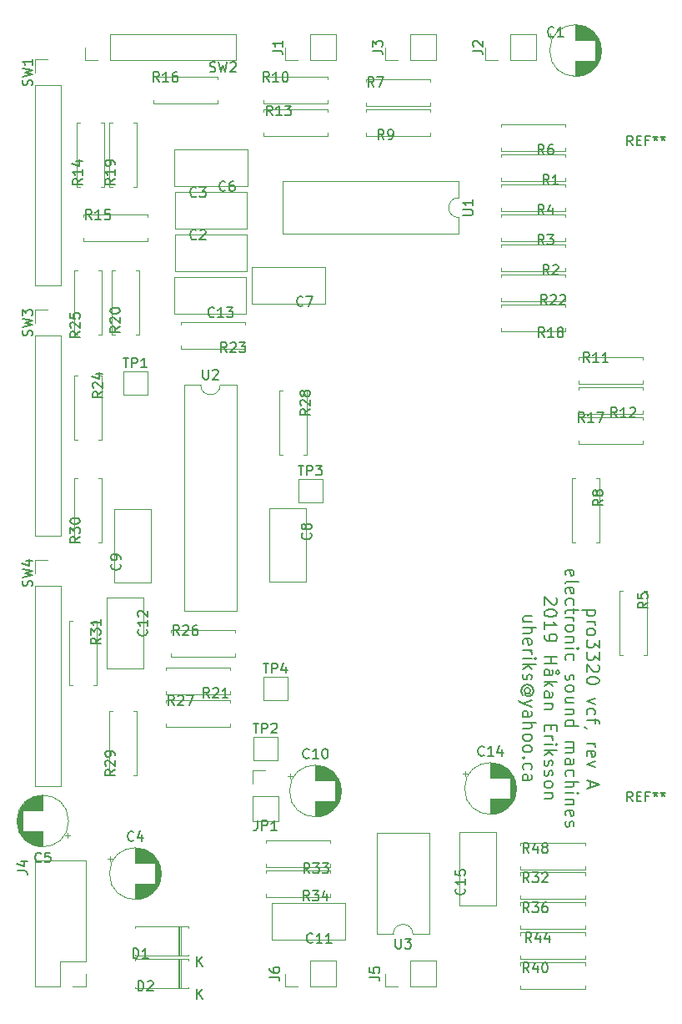
<source format=gto>
G04 #@! TF.GenerationSoftware,KiCad,Pcbnew,(5.0.0-3-g5ebb6b6)*
G04 #@! TF.CreationDate,2019-04-25T19:55:12+02:00*
G04 #@! TF.ProjectId,pro3320,70726F333332302E6B696361645F7063,rev?*
G04 #@! TF.SameCoordinates,Original*
G04 #@! TF.FileFunction,Legend,Top*
G04 #@! TF.FilePolarity,Positive*
%FSLAX46Y46*%
G04 Gerber Fmt 4.6, Leading zero omitted, Abs format (unit mm)*
G04 Created by KiCad (PCBNEW (5.0.0-3-g5ebb6b6)) date Thursday 25 April 2019 19:55:12*
%MOMM*%
%LPD*%
G01*
G04 APERTURE LIST*
%ADD10C,0.200000*%
%ADD11C,0.120000*%
%ADD12C,0.150000*%
G04 APERTURE END LIST*
D10*
X147013571Y-100243809D02*
X145713571Y-100243809D01*
X146951666Y-100243809D02*
X147013571Y-100367619D01*
X147013571Y-100615238D01*
X146951666Y-100739047D01*
X146889761Y-100800952D01*
X146765952Y-100862857D01*
X146394523Y-100862857D01*
X146270714Y-100800952D01*
X146208809Y-100739047D01*
X146146904Y-100615238D01*
X146146904Y-100367619D01*
X146208809Y-100243809D01*
X146146904Y-101420000D02*
X147013571Y-101420000D01*
X146765952Y-101420000D02*
X146889761Y-101481904D01*
X146951666Y-101543809D01*
X147013571Y-101667619D01*
X147013571Y-101791428D01*
X146146904Y-102410476D02*
X146208809Y-102286666D01*
X146270714Y-102224761D01*
X146394523Y-102162857D01*
X146765952Y-102162857D01*
X146889761Y-102224761D01*
X146951666Y-102286666D01*
X147013571Y-102410476D01*
X147013571Y-102596190D01*
X146951666Y-102720000D01*
X146889761Y-102781904D01*
X146765952Y-102843809D01*
X146394523Y-102843809D01*
X146270714Y-102781904D01*
X146208809Y-102720000D01*
X146146904Y-102596190D01*
X146146904Y-102410476D01*
X147446904Y-103277142D02*
X147446904Y-104081904D01*
X146951666Y-103648571D01*
X146951666Y-103834285D01*
X146889761Y-103958095D01*
X146827857Y-104020000D01*
X146704047Y-104081904D01*
X146394523Y-104081904D01*
X146270714Y-104020000D01*
X146208809Y-103958095D01*
X146146904Y-103834285D01*
X146146904Y-103462857D01*
X146208809Y-103339047D01*
X146270714Y-103277142D01*
X147446904Y-104515238D02*
X147446904Y-105320000D01*
X146951666Y-104886666D01*
X146951666Y-105072380D01*
X146889761Y-105196190D01*
X146827857Y-105258095D01*
X146704047Y-105320000D01*
X146394523Y-105320000D01*
X146270714Y-105258095D01*
X146208809Y-105196190D01*
X146146904Y-105072380D01*
X146146904Y-104700952D01*
X146208809Y-104577142D01*
X146270714Y-104515238D01*
X147323095Y-105815238D02*
X147385000Y-105877142D01*
X147446904Y-106000952D01*
X147446904Y-106310476D01*
X147385000Y-106434285D01*
X147323095Y-106496190D01*
X147199285Y-106558095D01*
X147075476Y-106558095D01*
X146889761Y-106496190D01*
X146146904Y-105753333D01*
X146146904Y-106558095D01*
X147446904Y-107362857D02*
X147446904Y-107486666D01*
X147385000Y-107610476D01*
X147323095Y-107672380D01*
X147199285Y-107734285D01*
X146951666Y-107796190D01*
X146642142Y-107796190D01*
X146394523Y-107734285D01*
X146270714Y-107672380D01*
X146208809Y-107610476D01*
X146146904Y-107486666D01*
X146146904Y-107362857D01*
X146208809Y-107239047D01*
X146270714Y-107177142D01*
X146394523Y-107115238D01*
X146642142Y-107053333D01*
X146951666Y-107053333D01*
X147199285Y-107115238D01*
X147323095Y-107177142D01*
X147385000Y-107239047D01*
X147446904Y-107362857D01*
X147013571Y-109220000D02*
X146146904Y-109529523D01*
X147013571Y-109839047D01*
X146208809Y-110891428D02*
X146146904Y-110767619D01*
X146146904Y-110520000D01*
X146208809Y-110396190D01*
X146270714Y-110334285D01*
X146394523Y-110272380D01*
X146765952Y-110272380D01*
X146889761Y-110334285D01*
X146951666Y-110396190D01*
X147013571Y-110520000D01*
X147013571Y-110767619D01*
X146951666Y-110891428D01*
X147013571Y-111262857D02*
X147013571Y-111758095D01*
X146146904Y-111448571D02*
X147261190Y-111448571D01*
X147385000Y-111510476D01*
X147446904Y-111634285D01*
X147446904Y-111758095D01*
X146208809Y-112253333D02*
X146146904Y-112253333D01*
X146023095Y-112191428D01*
X145961190Y-112129523D01*
X146146904Y-113800952D02*
X147013571Y-113800952D01*
X146765952Y-113800952D02*
X146889761Y-113862857D01*
X146951666Y-113924761D01*
X147013571Y-114048571D01*
X147013571Y-114172380D01*
X146208809Y-115100952D02*
X146146904Y-114977142D01*
X146146904Y-114729523D01*
X146208809Y-114605714D01*
X146332619Y-114543809D01*
X146827857Y-114543809D01*
X146951666Y-114605714D01*
X147013571Y-114729523D01*
X147013571Y-114977142D01*
X146951666Y-115100952D01*
X146827857Y-115162857D01*
X146704047Y-115162857D01*
X146580238Y-114543809D01*
X147013571Y-115596190D02*
X146146904Y-115905714D01*
X147013571Y-116215238D01*
X146518333Y-117639047D02*
X146518333Y-118258095D01*
X146146904Y-117515238D02*
X147446904Y-117948571D01*
X146146904Y-118381904D01*
X144058809Y-96746190D02*
X143996904Y-96622380D01*
X143996904Y-96374761D01*
X144058809Y-96250952D01*
X144182619Y-96189047D01*
X144677857Y-96189047D01*
X144801666Y-96250952D01*
X144863571Y-96374761D01*
X144863571Y-96622380D01*
X144801666Y-96746190D01*
X144677857Y-96808095D01*
X144554047Y-96808095D01*
X144430238Y-96189047D01*
X143996904Y-97550952D02*
X144058809Y-97427142D01*
X144182619Y-97365238D01*
X145296904Y-97365238D01*
X144058809Y-98541428D02*
X143996904Y-98417619D01*
X143996904Y-98170000D01*
X144058809Y-98046190D01*
X144182619Y-97984285D01*
X144677857Y-97984285D01*
X144801666Y-98046190D01*
X144863571Y-98170000D01*
X144863571Y-98417619D01*
X144801666Y-98541428D01*
X144677857Y-98603333D01*
X144554047Y-98603333D01*
X144430238Y-97984285D01*
X144058809Y-99717619D02*
X143996904Y-99593809D01*
X143996904Y-99346190D01*
X144058809Y-99222380D01*
X144120714Y-99160476D01*
X144244523Y-99098571D01*
X144615952Y-99098571D01*
X144739761Y-99160476D01*
X144801666Y-99222380D01*
X144863571Y-99346190D01*
X144863571Y-99593809D01*
X144801666Y-99717619D01*
X144863571Y-100089047D02*
X144863571Y-100584285D01*
X145296904Y-100274761D02*
X144182619Y-100274761D01*
X144058809Y-100336666D01*
X143996904Y-100460476D01*
X143996904Y-100584285D01*
X143996904Y-101017619D02*
X144863571Y-101017619D01*
X144615952Y-101017619D02*
X144739761Y-101079523D01*
X144801666Y-101141428D01*
X144863571Y-101265238D01*
X144863571Y-101389047D01*
X143996904Y-102008095D02*
X144058809Y-101884285D01*
X144120714Y-101822380D01*
X144244523Y-101760476D01*
X144615952Y-101760476D01*
X144739761Y-101822380D01*
X144801666Y-101884285D01*
X144863571Y-102008095D01*
X144863571Y-102193809D01*
X144801666Y-102317619D01*
X144739761Y-102379523D01*
X144615952Y-102441428D01*
X144244523Y-102441428D01*
X144120714Y-102379523D01*
X144058809Y-102317619D01*
X143996904Y-102193809D01*
X143996904Y-102008095D01*
X144863571Y-102998571D02*
X143996904Y-102998571D01*
X144739761Y-102998571D02*
X144801666Y-103060476D01*
X144863571Y-103184285D01*
X144863571Y-103370000D01*
X144801666Y-103493809D01*
X144677857Y-103555714D01*
X143996904Y-103555714D01*
X143996904Y-104174761D02*
X144863571Y-104174761D01*
X145296904Y-104174761D02*
X145235000Y-104112857D01*
X145173095Y-104174761D01*
X145235000Y-104236666D01*
X145296904Y-104174761D01*
X145173095Y-104174761D01*
X144058809Y-105350952D02*
X143996904Y-105227142D01*
X143996904Y-104979523D01*
X144058809Y-104855714D01*
X144120714Y-104793809D01*
X144244523Y-104731904D01*
X144615952Y-104731904D01*
X144739761Y-104793809D01*
X144801666Y-104855714D01*
X144863571Y-104979523D01*
X144863571Y-105227142D01*
X144801666Y-105350952D01*
X144058809Y-106836666D02*
X143996904Y-106960476D01*
X143996904Y-107208095D01*
X144058809Y-107331904D01*
X144182619Y-107393809D01*
X144244523Y-107393809D01*
X144368333Y-107331904D01*
X144430238Y-107208095D01*
X144430238Y-107022380D01*
X144492142Y-106898571D01*
X144615952Y-106836666D01*
X144677857Y-106836666D01*
X144801666Y-106898571D01*
X144863571Y-107022380D01*
X144863571Y-107208095D01*
X144801666Y-107331904D01*
X143996904Y-108136666D02*
X144058809Y-108012857D01*
X144120714Y-107950952D01*
X144244523Y-107889047D01*
X144615952Y-107889047D01*
X144739761Y-107950952D01*
X144801666Y-108012857D01*
X144863571Y-108136666D01*
X144863571Y-108322380D01*
X144801666Y-108446190D01*
X144739761Y-108508095D01*
X144615952Y-108570000D01*
X144244523Y-108570000D01*
X144120714Y-108508095D01*
X144058809Y-108446190D01*
X143996904Y-108322380D01*
X143996904Y-108136666D01*
X144863571Y-109684285D02*
X143996904Y-109684285D01*
X144863571Y-109127142D02*
X144182619Y-109127142D01*
X144058809Y-109189047D01*
X143996904Y-109312857D01*
X143996904Y-109498571D01*
X144058809Y-109622380D01*
X144120714Y-109684285D01*
X144863571Y-110303333D02*
X143996904Y-110303333D01*
X144739761Y-110303333D02*
X144801666Y-110365238D01*
X144863571Y-110489047D01*
X144863571Y-110674761D01*
X144801666Y-110798571D01*
X144677857Y-110860476D01*
X143996904Y-110860476D01*
X143996904Y-112036666D02*
X145296904Y-112036666D01*
X144058809Y-112036666D02*
X143996904Y-111912857D01*
X143996904Y-111665238D01*
X144058809Y-111541428D01*
X144120714Y-111479523D01*
X144244523Y-111417619D01*
X144615952Y-111417619D01*
X144739761Y-111479523D01*
X144801666Y-111541428D01*
X144863571Y-111665238D01*
X144863571Y-111912857D01*
X144801666Y-112036666D01*
X143996904Y-113646190D02*
X144863571Y-113646190D01*
X144739761Y-113646190D02*
X144801666Y-113708095D01*
X144863571Y-113831904D01*
X144863571Y-114017619D01*
X144801666Y-114141428D01*
X144677857Y-114203333D01*
X143996904Y-114203333D01*
X144677857Y-114203333D02*
X144801666Y-114265238D01*
X144863571Y-114389047D01*
X144863571Y-114574761D01*
X144801666Y-114698571D01*
X144677857Y-114760476D01*
X143996904Y-114760476D01*
X143996904Y-115936666D02*
X144677857Y-115936666D01*
X144801666Y-115874761D01*
X144863571Y-115750952D01*
X144863571Y-115503333D01*
X144801666Y-115379523D01*
X144058809Y-115936666D02*
X143996904Y-115812857D01*
X143996904Y-115503333D01*
X144058809Y-115379523D01*
X144182619Y-115317619D01*
X144306428Y-115317619D01*
X144430238Y-115379523D01*
X144492142Y-115503333D01*
X144492142Y-115812857D01*
X144554047Y-115936666D01*
X144058809Y-117112857D02*
X143996904Y-116989047D01*
X143996904Y-116741428D01*
X144058809Y-116617619D01*
X144120714Y-116555714D01*
X144244523Y-116493809D01*
X144615952Y-116493809D01*
X144739761Y-116555714D01*
X144801666Y-116617619D01*
X144863571Y-116741428D01*
X144863571Y-116989047D01*
X144801666Y-117112857D01*
X143996904Y-117670000D02*
X145296904Y-117670000D01*
X143996904Y-118227142D02*
X144677857Y-118227142D01*
X144801666Y-118165238D01*
X144863571Y-118041428D01*
X144863571Y-117855714D01*
X144801666Y-117731904D01*
X144739761Y-117670000D01*
X143996904Y-118846190D02*
X144863571Y-118846190D01*
X145296904Y-118846190D02*
X145235000Y-118784285D01*
X145173095Y-118846190D01*
X145235000Y-118908095D01*
X145296904Y-118846190D01*
X145173095Y-118846190D01*
X144863571Y-119465238D02*
X143996904Y-119465238D01*
X144739761Y-119465238D02*
X144801666Y-119527142D01*
X144863571Y-119650952D01*
X144863571Y-119836666D01*
X144801666Y-119960476D01*
X144677857Y-120022380D01*
X143996904Y-120022380D01*
X144058809Y-121136666D02*
X143996904Y-121012857D01*
X143996904Y-120765238D01*
X144058809Y-120641428D01*
X144182619Y-120579523D01*
X144677857Y-120579523D01*
X144801666Y-120641428D01*
X144863571Y-120765238D01*
X144863571Y-121012857D01*
X144801666Y-121136666D01*
X144677857Y-121198571D01*
X144554047Y-121198571D01*
X144430238Y-120579523D01*
X144058809Y-121693809D02*
X143996904Y-121817619D01*
X143996904Y-122065238D01*
X144058809Y-122189047D01*
X144182619Y-122250952D01*
X144244523Y-122250952D01*
X144368333Y-122189047D01*
X144430238Y-122065238D01*
X144430238Y-121879523D01*
X144492142Y-121755714D01*
X144615952Y-121693809D01*
X144677857Y-121693809D01*
X144801666Y-121755714D01*
X144863571Y-121879523D01*
X144863571Y-122065238D01*
X144801666Y-122189047D01*
X143023095Y-98974761D02*
X143085000Y-99036666D01*
X143146904Y-99160476D01*
X143146904Y-99470000D01*
X143085000Y-99593809D01*
X143023095Y-99655714D01*
X142899285Y-99717619D01*
X142775476Y-99717619D01*
X142589761Y-99655714D01*
X141846904Y-98912857D01*
X141846904Y-99717619D01*
X143146904Y-100522380D02*
X143146904Y-100646190D01*
X143085000Y-100770000D01*
X143023095Y-100831904D01*
X142899285Y-100893809D01*
X142651666Y-100955714D01*
X142342142Y-100955714D01*
X142094523Y-100893809D01*
X141970714Y-100831904D01*
X141908809Y-100770000D01*
X141846904Y-100646190D01*
X141846904Y-100522380D01*
X141908809Y-100398571D01*
X141970714Y-100336666D01*
X142094523Y-100274761D01*
X142342142Y-100212857D01*
X142651666Y-100212857D01*
X142899285Y-100274761D01*
X143023095Y-100336666D01*
X143085000Y-100398571D01*
X143146904Y-100522380D01*
X141846904Y-102193809D02*
X141846904Y-101450952D01*
X141846904Y-101822380D02*
X143146904Y-101822380D01*
X142961190Y-101698571D01*
X142837380Y-101574761D01*
X142775476Y-101450952D01*
X141846904Y-102812857D02*
X141846904Y-103060476D01*
X141908809Y-103184285D01*
X141970714Y-103246190D01*
X142156428Y-103370000D01*
X142404047Y-103431904D01*
X142899285Y-103431904D01*
X143023095Y-103370000D01*
X143085000Y-103308095D01*
X143146904Y-103184285D01*
X143146904Y-102936666D01*
X143085000Y-102812857D01*
X143023095Y-102750952D01*
X142899285Y-102689047D01*
X142589761Y-102689047D01*
X142465952Y-102750952D01*
X142404047Y-102812857D01*
X142342142Y-102936666D01*
X142342142Y-103184285D01*
X142404047Y-103308095D01*
X142465952Y-103370000D01*
X142589761Y-103431904D01*
X141846904Y-104979523D02*
X143146904Y-104979523D01*
X142527857Y-104979523D02*
X142527857Y-105722380D01*
X141846904Y-105722380D02*
X143146904Y-105722380D01*
X141846904Y-106898571D02*
X142527857Y-106898571D01*
X142651666Y-106836666D01*
X142713571Y-106712857D01*
X142713571Y-106465238D01*
X142651666Y-106341428D01*
X141908809Y-106898571D02*
X141846904Y-106774761D01*
X141846904Y-106465238D01*
X141908809Y-106341428D01*
X142032619Y-106279523D01*
X142156428Y-106279523D01*
X142280238Y-106341428D01*
X142342142Y-106465238D01*
X142342142Y-106774761D01*
X142404047Y-106898571D01*
X143023095Y-106589047D02*
X143085000Y-106465238D01*
X143208809Y-106403333D01*
X143332619Y-106465238D01*
X143394523Y-106589047D01*
X143332619Y-106712857D01*
X143208809Y-106774761D01*
X143085000Y-106712857D01*
X143023095Y-106589047D01*
X141846904Y-107517619D02*
X143146904Y-107517619D01*
X142342142Y-107641428D02*
X141846904Y-108012857D01*
X142713571Y-108012857D02*
X142218333Y-107517619D01*
X141846904Y-109127142D02*
X142527857Y-109127142D01*
X142651666Y-109065238D01*
X142713571Y-108941428D01*
X142713571Y-108693809D01*
X142651666Y-108570000D01*
X141908809Y-109127142D02*
X141846904Y-109003333D01*
X141846904Y-108693809D01*
X141908809Y-108570000D01*
X142032619Y-108508095D01*
X142156428Y-108508095D01*
X142280238Y-108570000D01*
X142342142Y-108693809D01*
X142342142Y-109003333D01*
X142404047Y-109127142D01*
X142713571Y-109746190D02*
X141846904Y-109746190D01*
X142589761Y-109746190D02*
X142651666Y-109808095D01*
X142713571Y-109931904D01*
X142713571Y-110117619D01*
X142651666Y-110241428D01*
X142527857Y-110303333D01*
X141846904Y-110303333D01*
X142527857Y-111912857D02*
X142527857Y-112346190D01*
X141846904Y-112531904D02*
X141846904Y-111912857D01*
X143146904Y-111912857D01*
X143146904Y-112531904D01*
X141846904Y-113089047D02*
X142713571Y-113089047D01*
X142465952Y-113089047D02*
X142589761Y-113150952D01*
X142651666Y-113212857D01*
X142713571Y-113336666D01*
X142713571Y-113460476D01*
X141846904Y-113893809D02*
X142713571Y-113893809D01*
X143146904Y-113893809D02*
X143085000Y-113831904D01*
X143023095Y-113893809D01*
X143085000Y-113955714D01*
X143146904Y-113893809D01*
X143023095Y-113893809D01*
X141846904Y-114512857D02*
X143146904Y-114512857D01*
X142342142Y-114636666D02*
X141846904Y-115008095D01*
X142713571Y-115008095D02*
X142218333Y-114512857D01*
X141908809Y-115503333D02*
X141846904Y-115627142D01*
X141846904Y-115874761D01*
X141908809Y-115998571D01*
X142032619Y-116060476D01*
X142094523Y-116060476D01*
X142218333Y-115998571D01*
X142280238Y-115874761D01*
X142280238Y-115689047D01*
X142342142Y-115565238D01*
X142465952Y-115503333D01*
X142527857Y-115503333D01*
X142651666Y-115565238D01*
X142713571Y-115689047D01*
X142713571Y-115874761D01*
X142651666Y-115998571D01*
X141908809Y-116555714D02*
X141846904Y-116679523D01*
X141846904Y-116927142D01*
X141908809Y-117050952D01*
X142032619Y-117112857D01*
X142094523Y-117112857D01*
X142218333Y-117050952D01*
X142280238Y-116927142D01*
X142280238Y-116741428D01*
X142342142Y-116617619D01*
X142465952Y-116555714D01*
X142527857Y-116555714D01*
X142651666Y-116617619D01*
X142713571Y-116741428D01*
X142713571Y-116927142D01*
X142651666Y-117050952D01*
X141846904Y-117855714D02*
X141908809Y-117731904D01*
X141970714Y-117670000D01*
X142094523Y-117608095D01*
X142465952Y-117608095D01*
X142589761Y-117670000D01*
X142651666Y-117731904D01*
X142713571Y-117855714D01*
X142713571Y-118041428D01*
X142651666Y-118165238D01*
X142589761Y-118227142D01*
X142465952Y-118289047D01*
X142094523Y-118289047D01*
X141970714Y-118227142D01*
X141908809Y-118165238D01*
X141846904Y-118041428D01*
X141846904Y-117855714D01*
X142713571Y-118846190D02*
X141846904Y-118846190D01*
X142589761Y-118846190D02*
X142651666Y-118908095D01*
X142713571Y-119031904D01*
X142713571Y-119217619D01*
X142651666Y-119341428D01*
X142527857Y-119403333D01*
X141846904Y-119403333D01*
X140563571Y-101450952D02*
X139696904Y-101450952D01*
X140563571Y-100893809D02*
X139882619Y-100893809D01*
X139758809Y-100955714D01*
X139696904Y-101079523D01*
X139696904Y-101265238D01*
X139758809Y-101389047D01*
X139820714Y-101450952D01*
X139696904Y-102070000D02*
X140996904Y-102070000D01*
X139696904Y-102627142D02*
X140377857Y-102627142D01*
X140501666Y-102565238D01*
X140563571Y-102441428D01*
X140563571Y-102255714D01*
X140501666Y-102131904D01*
X140439761Y-102070000D01*
X139758809Y-103741428D02*
X139696904Y-103617619D01*
X139696904Y-103370000D01*
X139758809Y-103246190D01*
X139882619Y-103184285D01*
X140377857Y-103184285D01*
X140501666Y-103246190D01*
X140563571Y-103370000D01*
X140563571Y-103617619D01*
X140501666Y-103741428D01*
X140377857Y-103803333D01*
X140254047Y-103803333D01*
X140130238Y-103184285D01*
X139696904Y-104360476D02*
X140563571Y-104360476D01*
X140315952Y-104360476D02*
X140439761Y-104422380D01*
X140501666Y-104484285D01*
X140563571Y-104608095D01*
X140563571Y-104731904D01*
X139696904Y-105165238D02*
X140563571Y-105165238D01*
X140996904Y-105165238D02*
X140935000Y-105103333D01*
X140873095Y-105165238D01*
X140935000Y-105227142D01*
X140996904Y-105165238D01*
X140873095Y-105165238D01*
X139696904Y-105784285D02*
X140996904Y-105784285D01*
X140192142Y-105908095D02*
X139696904Y-106279523D01*
X140563571Y-106279523D02*
X140068333Y-105784285D01*
X139758809Y-106774761D02*
X139696904Y-106898571D01*
X139696904Y-107146190D01*
X139758809Y-107270000D01*
X139882619Y-107331904D01*
X139944523Y-107331904D01*
X140068333Y-107270000D01*
X140130238Y-107146190D01*
X140130238Y-106960476D01*
X140192142Y-106836666D01*
X140315952Y-106774761D01*
X140377857Y-106774761D01*
X140501666Y-106836666D01*
X140563571Y-106960476D01*
X140563571Y-107146190D01*
X140501666Y-107270000D01*
X140315952Y-108693809D02*
X140377857Y-108631904D01*
X140439761Y-108508095D01*
X140439761Y-108384285D01*
X140377857Y-108260476D01*
X140315952Y-108198571D01*
X140192142Y-108136666D01*
X140068333Y-108136666D01*
X139944523Y-108198571D01*
X139882619Y-108260476D01*
X139820714Y-108384285D01*
X139820714Y-108508095D01*
X139882619Y-108631904D01*
X139944523Y-108693809D01*
X140439761Y-108693809D02*
X139944523Y-108693809D01*
X139882619Y-108755714D01*
X139882619Y-108817619D01*
X139944523Y-108941428D01*
X140068333Y-109003333D01*
X140377857Y-109003333D01*
X140563571Y-108879523D01*
X140687380Y-108693809D01*
X140749285Y-108446190D01*
X140687380Y-108198571D01*
X140563571Y-108012857D01*
X140377857Y-107889047D01*
X140130238Y-107827142D01*
X139882619Y-107889047D01*
X139696904Y-108012857D01*
X139573095Y-108198571D01*
X139511190Y-108446190D01*
X139573095Y-108693809D01*
X139696904Y-108879523D01*
X140563571Y-109436666D02*
X139696904Y-109746190D01*
X140563571Y-110055714D02*
X139696904Y-109746190D01*
X139387380Y-109622380D01*
X139325476Y-109560476D01*
X139263571Y-109436666D01*
X139696904Y-111108095D02*
X140377857Y-111108095D01*
X140501666Y-111046190D01*
X140563571Y-110922380D01*
X140563571Y-110674761D01*
X140501666Y-110550952D01*
X139758809Y-111108095D02*
X139696904Y-110984285D01*
X139696904Y-110674761D01*
X139758809Y-110550952D01*
X139882619Y-110489047D01*
X140006428Y-110489047D01*
X140130238Y-110550952D01*
X140192142Y-110674761D01*
X140192142Y-110984285D01*
X140254047Y-111108095D01*
X139696904Y-111727142D02*
X140996904Y-111727142D01*
X139696904Y-112284285D02*
X140377857Y-112284285D01*
X140501666Y-112222380D01*
X140563571Y-112098571D01*
X140563571Y-111912857D01*
X140501666Y-111789047D01*
X140439761Y-111727142D01*
X139696904Y-113089047D02*
X139758809Y-112965238D01*
X139820714Y-112903333D01*
X139944523Y-112841428D01*
X140315952Y-112841428D01*
X140439761Y-112903333D01*
X140501666Y-112965238D01*
X140563571Y-113089047D01*
X140563571Y-113274761D01*
X140501666Y-113398571D01*
X140439761Y-113460476D01*
X140315952Y-113522380D01*
X139944523Y-113522380D01*
X139820714Y-113460476D01*
X139758809Y-113398571D01*
X139696904Y-113274761D01*
X139696904Y-113089047D01*
X139696904Y-114265238D02*
X139758809Y-114141428D01*
X139820714Y-114079523D01*
X139944523Y-114017619D01*
X140315952Y-114017619D01*
X140439761Y-114079523D01*
X140501666Y-114141428D01*
X140563571Y-114265238D01*
X140563571Y-114450952D01*
X140501666Y-114574761D01*
X140439761Y-114636666D01*
X140315952Y-114698571D01*
X139944523Y-114698571D01*
X139820714Y-114636666D01*
X139758809Y-114574761D01*
X139696904Y-114450952D01*
X139696904Y-114265238D01*
X139820714Y-115255714D02*
X139758809Y-115317619D01*
X139696904Y-115255714D01*
X139758809Y-115193809D01*
X139820714Y-115255714D01*
X139696904Y-115255714D01*
X139758809Y-116431904D02*
X139696904Y-116308095D01*
X139696904Y-116060476D01*
X139758809Y-115936666D01*
X139820714Y-115874761D01*
X139944523Y-115812857D01*
X140315952Y-115812857D01*
X140439761Y-115874761D01*
X140501666Y-115936666D01*
X140563571Y-116060476D01*
X140563571Y-116308095D01*
X140501666Y-116431904D01*
X139696904Y-117546190D02*
X140377857Y-117546190D01*
X140501666Y-117484285D01*
X140563571Y-117360476D01*
X140563571Y-117112857D01*
X140501666Y-116989047D01*
X139758809Y-117546190D02*
X139696904Y-117422380D01*
X139696904Y-117112857D01*
X139758809Y-116989047D01*
X139882619Y-116927142D01*
X140006428Y-116927142D01*
X140130238Y-116989047D01*
X140192142Y-117112857D01*
X140192142Y-117422380D01*
X140254047Y-117546190D01*
D11*
G04 #@! TO.C,C1*
X142463225Y-41775000D02*
X142463225Y-42275000D01*
X142213225Y-42025000D02*
X142713225Y-42025000D01*
X147619000Y-43216000D02*
X147619000Y-43784000D01*
X147579000Y-42982000D02*
X147579000Y-44018000D01*
X147539000Y-42823000D02*
X147539000Y-44177000D01*
X147499000Y-42695000D02*
X147499000Y-44305000D01*
X147459000Y-42585000D02*
X147459000Y-44415000D01*
X147419000Y-42489000D02*
X147419000Y-44511000D01*
X147379000Y-42402000D02*
X147379000Y-44598000D01*
X147339000Y-42322000D02*
X147339000Y-44678000D01*
X147299000Y-42249000D02*
X147299000Y-44751000D01*
X147259000Y-42181000D02*
X147259000Y-44819000D01*
X147219000Y-42117000D02*
X147219000Y-44883000D01*
X147179000Y-42057000D02*
X147179000Y-44943000D01*
X147139000Y-42000000D02*
X147139000Y-45000000D01*
X147099000Y-41946000D02*
X147099000Y-45054000D01*
X147059000Y-41895000D02*
X147059000Y-45105000D01*
X147019000Y-44540000D02*
X147019000Y-45153000D01*
X147019000Y-41847000D02*
X147019000Y-42460000D01*
X146979000Y-44540000D02*
X146979000Y-45199000D01*
X146979000Y-41801000D02*
X146979000Y-42460000D01*
X146939000Y-44540000D02*
X146939000Y-45243000D01*
X146939000Y-41757000D02*
X146939000Y-42460000D01*
X146899000Y-44540000D02*
X146899000Y-45285000D01*
X146899000Y-41715000D02*
X146899000Y-42460000D01*
X146859000Y-44540000D02*
X146859000Y-45326000D01*
X146859000Y-41674000D02*
X146859000Y-42460000D01*
X146819000Y-44540000D02*
X146819000Y-45364000D01*
X146819000Y-41636000D02*
X146819000Y-42460000D01*
X146779000Y-44540000D02*
X146779000Y-45401000D01*
X146779000Y-41599000D02*
X146779000Y-42460000D01*
X146739000Y-44540000D02*
X146739000Y-45437000D01*
X146739000Y-41563000D02*
X146739000Y-42460000D01*
X146699000Y-44540000D02*
X146699000Y-45471000D01*
X146699000Y-41529000D02*
X146699000Y-42460000D01*
X146659000Y-44540000D02*
X146659000Y-45504000D01*
X146659000Y-41496000D02*
X146659000Y-42460000D01*
X146619000Y-44540000D02*
X146619000Y-45535000D01*
X146619000Y-41465000D02*
X146619000Y-42460000D01*
X146579000Y-44540000D02*
X146579000Y-45565000D01*
X146579000Y-41435000D02*
X146579000Y-42460000D01*
X146539000Y-44540000D02*
X146539000Y-45595000D01*
X146539000Y-41405000D02*
X146539000Y-42460000D01*
X146499000Y-44540000D02*
X146499000Y-45622000D01*
X146499000Y-41378000D02*
X146499000Y-42460000D01*
X146459000Y-44540000D02*
X146459000Y-45649000D01*
X146459000Y-41351000D02*
X146459000Y-42460000D01*
X146419000Y-44540000D02*
X146419000Y-45675000D01*
X146419000Y-41325000D02*
X146419000Y-42460000D01*
X146379000Y-44540000D02*
X146379000Y-45700000D01*
X146379000Y-41300000D02*
X146379000Y-42460000D01*
X146339000Y-44540000D02*
X146339000Y-45724000D01*
X146339000Y-41276000D02*
X146339000Y-42460000D01*
X146299000Y-44540000D02*
X146299000Y-45747000D01*
X146299000Y-41253000D02*
X146299000Y-42460000D01*
X146259000Y-44540000D02*
X146259000Y-45768000D01*
X146259000Y-41232000D02*
X146259000Y-42460000D01*
X146219000Y-44540000D02*
X146219000Y-45790000D01*
X146219000Y-41210000D02*
X146219000Y-42460000D01*
X146179000Y-44540000D02*
X146179000Y-45810000D01*
X146179000Y-41190000D02*
X146179000Y-42460000D01*
X146139000Y-44540000D02*
X146139000Y-45829000D01*
X146139000Y-41171000D02*
X146139000Y-42460000D01*
X146099000Y-44540000D02*
X146099000Y-45848000D01*
X146099000Y-41152000D02*
X146099000Y-42460000D01*
X146059000Y-44540000D02*
X146059000Y-45865000D01*
X146059000Y-41135000D02*
X146059000Y-42460000D01*
X146019000Y-44540000D02*
X146019000Y-45882000D01*
X146019000Y-41118000D02*
X146019000Y-42460000D01*
X145979000Y-44540000D02*
X145979000Y-45898000D01*
X145979000Y-41102000D02*
X145979000Y-42460000D01*
X145939000Y-44540000D02*
X145939000Y-45914000D01*
X145939000Y-41086000D02*
X145939000Y-42460000D01*
X145899000Y-44540000D02*
X145899000Y-45928000D01*
X145899000Y-41072000D02*
X145899000Y-42460000D01*
X145859000Y-44540000D02*
X145859000Y-45942000D01*
X145859000Y-41058000D02*
X145859000Y-42460000D01*
X145819000Y-44540000D02*
X145819000Y-45955000D01*
X145819000Y-41045000D02*
X145819000Y-42460000D01*
X145779000Y-44540000D02*
X145779000Y-45968000D01*
X145779000Y-41032000D02*
X145779000Y-42460000D01*
X145739000Y-44540000D02*
X145739000Y-45980000D01*
X145739000Y-41020000D02*
X145739000Y-42460000D01*
X145698000Y-44540000D02*
X145698000Y-45991000D01*
X145698000Y-41009000D02*
X145698000Y-42460000D01*
X145658000Y-44540000D02*
X145658000Y-46001000D01*
X145658000Y-40999000D02*
X145658000Y-42460000D01*
X145618000Y-44540000D02*
X145618000Y-46011000D01*
X145618000Y-40989000D02*
X145618000Y-42460000D01*
X145578000Y-44540000D02*
X145578000Y-46020000D01*
X145578000Y-40980000D02*
X145578000Y-42460000D01*
X145538000Y-44540000D02*
X145538000Y-46028000D01*
X145538000Y-40972000D02*
X145538000Y-42460000D01*
X145498000Y-44540000D02*
X145498000Y-46036000D01*
X145498000Y-40964000D02*
X145498000Y-42460000D01*
X145458000Y-44540000D02*
X145458000Y-46043000D01*
X145458000Y-40957000D02*
X145458000Y-42460000D01*
X145418000Y-44540000D02*
X145418000Y-46050000D01*
X145418000Y-40950000D02*
X145418000Y-42460000D01*
X145378000Y-44540000D02*
X145378000Y-46056000D01*
X145378000Y-40944000D02*
X145378000Y-42460000D01*
X145338000Y-44540000D02*
X145338000Y-46061000D01*
X145338000Y-40939000D02*
X145338000Y-42460000D01*
X145298000Y-44540000D02*
X145298000Y-46065000D01*
X145298000Y-40935000D02*
X145298000Y-42460000D01*
X145258000Y-44540000D02*
X145258000Y-46069000D01*
X145258000Y-40931000D02*
X145258000Y-42460000D01*
X145218000Y-44540000D02*
X145218000Y-46073000D01*
X145218000Y-40927000D02*
X145218000Y-42460000D01*
X145178000Y-44540000D02*
X145178000Y-46076000D01*
X145178000Y-40924000D02*
X145178000Y-42460000D01*
X145138000Y-44540000D02*
X145138000Y-46078000D01*
X145138000Y-40922000D02*
X145138000Y-42460000D01*
X145098000Y-44540000D02*
X145098000Y-46079000D01*
X145098000Y-40921000D02*
X145098000Y-42460000D01*
X145058000Y-40920000D02*
X145058000Y-42460000D01*
X145058000Y-44540000D02*
X145058000Y-46080000D01*
X145018000Y-40920000D02*
X145018000Y-42460000D01*
X145018000Y-44540000D02*
X145018000Y-46080000D01*
X147638000Y-43500000D02*
G75*
G03X147638000Y-43500000I-2620000J0D01*
G01*
G04 #@! TO.C,C2*
X111610000Y-65878000D02*
X104370000Y-65878000D01*
X111610000Y-62138000D02*
X104370000Y-62138000D01*
X111610000Y-65878000D02*
X111610000Y-62138000D01*
X104370000Y-65878000D02*
X104370000Y-62138000D01*
G04 #@! TO.C,C3*
X104370000Y-61560000D02*
X104370000Y-57820000D01*
X111610000Y-61560000D02*
X111610000Y-57820000D01*
X111610000Y-57820000D02*
X104370000Y-57820000D01*
X111610000Y-61560000D02*
X104370000Y-61560000D01*
G04 #@! TO.C,C4*
X102934000Y-127000000D02*
G75*
G03X102934000Y-127000000I-2620000J0D01*
G01*
X100314000Y-128040000D02*
X100314000Y-129580000D01*
X100314000Y-124420000D02*
X100314000Y-125960000D01*
X100354000Y-128040000D02*
X100354000Y-129580000D01*
X100354000Y-124420000D02*
X100354000Y-125960000D01*
X100394000Y-124421000D02*
X100394000Y-125960000D01*
X100394000Y-128040000D02*
X100394000Y-129579000D01*
X100434000Y-124422000D02*
X100434000Y-125960000D01*
X100434000Y-128040000D02*
X100434000Y-129578000D01*
X100474000Y-124424000D02*
X100474000Y-125960000D01*
X100474000Y-128040000D02*
X100474000Y-129576000D01*
X100514000Y-124427000D02*
X100514000Y-125960000D01*
X100514000Y-128040000D02*
X100514000Y-129573000D01*
X100554000Y-124431000D02*
X100554000Y-125960000D01*
X100554000Y-128040000D02*
X100554000Y-129569000D01*
X100594000Y-124435000D02*
X100594000Y-125960000D01*
X100594000Y-128040000D02*
X100594000Y-129565000D01*
X100634000Y-124439000D02*
X100634000Y-125960000D01*
X100634000Y-128040000D02*
X100634000Y-129561000D01*
X100674000Y-124444000D02*
X100674000Y-125960000D01*
X100674000Y-128040000D02*
X100674000Y-129556000D01*
X100714000Y-124450000D02*
X100714000Y-125960000D01*
X100714000Y-128040000D02*
X100714000Y-129550000D01*
X100754000Y-124457000D02*
X100754000Y-125960000D01*
X100754000Y-128040000D02*
X100754000Y-129543000D01*
X100794000Y-124464000D02*
X100794000Y-125960000D01*
X100794000Y-128040000D02*
X100794000Y-129536000D01*
X100834000Y-124472000D02*
X100834000Y-125960000D01*
X100834000Y-128040000D02*
X100834000Y-129528000D01*
X100874000Y-124480000D02*
X100874000Y-125960000D01*
X100874000Y-128040000D02*
X100874000Y-129520000D01*
X100914000Y-124489000D02*
X100914000Y-125960000D01*
X100914000Y-128040000D02*
X100914000Y-129511000D01*
X100954000Y-124499000D02*
X100954000Y-125960000D01*
X100954000Y-128040000D02*
X100954000Y-129501000D01*
X100994000Y-124509000D02*
X100994000Y-125960000D01*
X100994000Y-128040000D02*
X100994000Y-129491000D01*
X101035000Y-124520000D02*
X101035000Y-125960000D01*
X101035000Y-128040000D02*
X101035000Y-129480000D01*
X101075000Y-124532000D02*
X101075000Y-125960000D01*
X101075000Y-128040000D02*
X101075000Y-129468000D01*
X101115000Y-124545000D02*
X101115000Y-125960000D01*
X101115000Y-128040000D02*
X101115000Y-129455000D01*
X101155000Y-124558000D02*
X101155000Y-125960000D01*
X101155000Y-128040000D02*
X101155000Y-129442000D01*
X101195000Y-124572000D02*
X101195000Y-125960000D01*
X101195000Y-128040000D02*
X101195000Y-129428000D01*
X101235000Y-124586000D02*
X101235000Y-125960000D01*
X101235000Y-128040000D02*
X101235000Y-129414000D01*
X101275000Y-124602000D02*
X101275000Y-125960000D01*
X101275000Y-128040000D02*
X101275000Y-129398000D01*
X101315000Y-124618000D02*
X101315000Y-125960000D01*
X101315000Y-128040000D02*
X101315000Y-129382000D01*
X101355000Y-124635000D02*
X101355000Y-125960000D01*
X101355000Y-128040000D02*
X101355000Y-129365000D01*
X101395000Y-124652000D02*
X101395000Y-125960000D01*
X101395000Y-128040000D02*
X101395000Y-129348000D01*
X101435000Y-124671000D02*
X101435000Y-125960000D01*
X101435000Y-128040000D02*
X101435000Y-129329000D01*
X101475000Y-124690000D02*
X101475000Y-125960000D01*
X101475000Y-128040000D02*
X101475000Y-129310000D01*
X101515000Y-124710000D02*
X101515000Y-125960000D01*
X101515000Y-128040000D02*
X101515000Y-129290000D01*
X101555000Y-124732000D02*
X101555000Y-125960000D01*
X101555000Y-128040000D02*
X101555000Y-129268000D01*
X101595000Y-124753000D02*
X101595000Y-125960000D01*
X101595000Y-128040000D02*
X101595000Y-129247000D01*
X101635000Y-124776000D02*
X101635000Y-125960000D01*
X101635000Y-128040000D02*
X101635000Y-129224000D01*
X101675000Y-124800000D02*
X101675000Y-125960000D01*
X101675000Y-128040000D02*
X101675000Y-129200000D01*
X101715000Y-124825000D02*
X101715000Y-125960000D01*
X101715000Y-128040000D02*
X101715000Y-129175000D01*
X101755000Y-124851000D02*
X101755000Y-125960000D01*
X101755000Y-128040000D02*
X101755000Y-129149000D01*
X101795000Y-124878000D02*
X101795000Y-125960000D01*
X101795000Y-128040000D02*
X101795000Y-129122000D01*
X101835000Y-124905000D02*
X101835000Y-125960000D01*
X101835000Y-128040000D02*
X101835000Y-129095000D01*
X101875000Y-124935000D02*
X101875000Y-125960000D01*
X101875000Y-128040000D02*
X101875000Y-129065000D01*
X101915000Y-124965000D02*
X101915000Y-125960000D01*
X101915000Y-128040000D02*
X101915000Y-129035000D01*
X101955000Y-124996000D02*
X101955000Y-125960000D01*
X101955000Y-128040000D02*
X101955000Y-129004000D01*
X101995000Y-125029000D02*
X101995000Y-125960000D01*
X101995000Y-128040000D02*
X101995000Y-128971000D01*
X102035000Y-125063000D02*
X102035000Y-125960000D01*
X102035000Y-128040000D02*
X102035000Y-128937000D01*
X102075000Y-125099000D02*
X102075000Y-125960000D01*
X102075000Y-128040000D02*
X102075000Y-128901000D01*
X102115000Y-125136000D02*
X102115000Y-125960000D01*
X102115000Y-128040000D02*
X102115000Y-128864000D01*
X102155000Y-125174000D02*
X102155000Y-125960000D01*
X102155000Y-128040000D02*
X102155000Y-128826000D01*
X102195000Y-125215000D02*
X102195000Y-125960000D01*
X102195000Y-128040000D02*
X102195000Y-128785000D01*
X102235000Y-125257000D02*
X102235000Y-125960000D01*
X102235000Y-128040000D02*
X102235000Y-128743000D01*
X102275000Y-125301000D02*
X102275000Y-125960000D01*
X102275000Y-128040000D02*
X102275000Y-128699000D01*
X102315000Y-125347000D02*
X102315000Y-125960000D01*
X102315000Y-128040000D02*
X102315000Y-128653000D01*
X102355000Y-125395000D02*
X102355000Y-128605000D01*
X102395000Y-125446000D02*
X102395000Y-128554000D01*
X102435000Y-125500000D02*
X102435000Y-128500000D01*
X102475000Y-125557000D02*
X102475000Y-128443000D01*
X102515000Y-125617000D02*
X102515000Y-128383000D01*
X102555000Y-125681000D02*
X102555000Y-128319000D01*
X102595000Y-125749000D02*
X102595000Y-128251000D01*
X102635000Y-125822000D02*
X102635000Y-128178000D01*
X102675000Y-125902000D02*
X102675000Y-128098000D01*
X102715000Y-125989000D02*
X102715000Y-128011000D01*
X102755000Y-126085000D02*
X102755000Y-127915000D01*
X102795000Y-126195000D02*
X102795000Y-127805000D01*
X102835000Y-126323000D02*
X102835000Y-127677000D01*
X102875000Y-126482000D02*
X102875000Y-127518000D01*
X102915000Y-126716000D02*
X102915000Y-127284000D01*
X97509225Y-125525000D02*
X98009225Y-125525000D01*
X97759225Y-125275000D02*
X97759225Y-125775000D01*
G04 #@! TO.C,C5*
X93470775Y-123391000D02*
X93470775Y-122891000D01*
X93720775Y-123141000D02*
X93220775Y-123141000D01*
X88315000Y-121950000D02*
X88315000Y-121382000D01*
X88355000Y-122184000D02*
X88355000Y-121148000D01*
X88395000Y-122343000D02*
X88395000Y-120989000D01*
X88435000Y-122471000D02*
X88435000Y-120861000D01*
X88475000Y-122581000D02*
X88475000Y-120751000D01*
X88515000Y-122677000D02*
X88515000Y-120655000D01*
X88555000Y-122764000D02*
X88555000Y-120568000D01*
X88595000Y-122844000D02*
X88595000Y-120488000D01*
X88635000Y-122917000D02*
X88635000Y-120415000D01*
X88675000Y-122985000D02*
X88675000Y-120347000D01*
X88715000Y-123049000D02*
X88715000Y-120283000D01*
X88755000Y-123109000D02*
X88755000Y-120223000D01*
X88795000Y-123166000D02*
X88795000Y-120166000D01*
X88835000Y-123220000D02*
X88835000Y-120112000D01*
X88875000Y-123271000D02*
X88875000Y-120061000D01*
X88915000Y-120626000D02*
X88915000Y-120013000D01*
X88915000Y-123319000D02*
X88915000Y-122706000D01*
X88955000Y-120626000D02*
X88955000Y-119967000D01*
X88955000Y-123365000D02*
X88955000Y-122706000D01*
X88995000Y-120626000D02*
X88995000Y-119923000D01*
X88995000Y-123409000D02*
X88995000Y-122706000D01*
X89035000Y-120626000D02*
X89035000Y-119881000D01*
X89035000Y-123451000D02*
X89035000Y-122706000D01*
X89075000Y-120626000D02*
X89075000Y-119840000D01*
X89075000Y-123492000D02*
X89075000Y-122706000D01*
X89115000Y-120626000D02*
X89115000Y-119802000D01*
X89115000Y-123530000D02*
X89115000Y-122706000D01*
X89155000Y-120626000D02*
X89155000Y-119765000D01*
X89155000Y-123567000D02*
X89155000Y-122706000D01*
X89195000Y-120626000D02*
X89195000Y-119729000D01*
X89195000Y-123603000D02*
X89195000Y-122706000D01*
X89235000Y-120626000D02*
X89235000Y-119695000D01*
X89235000Y-123637000D02*
X89235000Y-122706000D01*
X89275000Y-120626000D02*
X89275000Y-119662000D01*
X89275000Y-123670000D02*
X89275000Y-122706000D01*
X89315000Y-120626000D02*
X89315000Y-119631000D01*
X89315000Y-123701000D02*
X89315000Y-122706000D01*
X89355000Y-120626000D02*
X89355000Y-119601000D01*
X89355000Y-123731000D02*
X89355000Y-122706000D01*
X89395000Y-120626000D02*
X89395000Y-119571000D01*
X89395000Y-123761000D02*
X89395000Y-122706000D01*
X89435000Y-120626000D02*
X89435000Y-119544000D01*
X89435000Y-123788000D02*
X89435000Y-122706000D01*
X89475000Y-120626000D02*
X89475000Y-119517000D01*
X89475000Y-123815000D02*
X89475000Y-122706000D01*
X89515000Y-120626000D02*
X89515000Y-119491000D01*
X89515000Y-123841000D02*
X89515000Y-122706000D01*
X89555000Y-120626000D02*
X89555000Y-119466000D01*
X89555000Y-123866000D02*
X89555000Y-122706000D01*
X89595000Y-120626000D02*
X89595000Y-119442000D01*
X89595000Y-123890000D02*
X89595000Y-122706000D01*
X89635000Y-120626000D02*
X89635000Y-119419000D01*
X89635000Y-123913000D02*
X89635000Y-122706000D01*
X89675000Y-120626000D02*
X89675000Y-119398000D01*
X89675000Y-123934000D02*
X89675000Y-122706000D01*
X89715000Y-120626000D02*
X89715000Y-119376000D01*
X89715000Y-123956000D02*
X89715000Y-122706000D01*
X89755000Y-120626000D02*
X89755000Y-119356000D01*
X89755000Y-123976000D02*
X89755000Y-122706000D01*
X89795000Y-120626000D02*
X89795000Y-119337000D01*
X89795000Y-123995000D02*
X89795000Y-122706000D01*
X89835000Y-120626000D02*
X89835000Y-119318000D01*
X89835000Y-124014000D02*
X89835000Y-122706000D01*
X89875000Y-120626000D02*
X89875000Y-119301000D01*
X89875000Y-124031000D02*
X89875000Y-122706000D01*
X89915000Y-120626000D02*
X89915000Y-119284000D01*
X89915000Y-124048000D02*
X89915000Y-122706000D01*
X89955000Y-120626000D02*
X89955000Y-119268000D01*
X89955000Y-124064000D02*
X89955000Y-122706000D01*
X89995000Y-120626000D02*
X89995000Y-119252000D01*
X89995000Y-124080000D02*
X89995000Y-122706000D01*
X90035000Y-120626000D02*
X90035000Y-119238000D01*
X90035000Y-124094000D02*
X90035000Y-122706000D01*
X90075000Y-120626000D02*
X90075000Y-119224000D01*
X90075000Y-124108000D02*
X90075000Y-122706000D01*
X90115000Y-120626000D02*
X90115000Y-119211000D01*
X90115000Y-124121000D02*
X90115000Y-122706000D01*
X90155000Y-120626000D02*
X90155000Y-119198000D01*
X90155000Y-124134000D02*
X90155000Y-122706000D01*
X90195000Y-120626000D02*
X90195000Y-119186000D01*
X90195000Y-124146000D02*
X90195000Y-122706000D01*
X90236000Y-120626000D02*
X90236000Y-119175000D01*
X90236000Y-124157000D02*
X90236000Y-122706000D01*
X90276000Y-120626000D02*
X90276000Y-119165000D01*
X90276000Y-124167000D02*
X90276000Y-122706000D01*
X90316000Y-120626000D02*
X90316000Y-119155000D01*
X90316000Y-124177000D02*
X90316000Y-122706000D01*
X90356000Y-120626000D02*
X90356000Y-119146000D01*
X90356000Y-124186000D02*
X90356000Y-122706000D01*
X90396000Y-120626000D02*
X90396000Y-119138000D01*
X90396000Y-124194000D02*
X90396000Y-122706000D01*
X90436000Y-120626000D02*
X90436000Y-119130000D01*
X90436000Y-124202000D02*
X90436000Y-122706000D01*
X90476000Y-120626000D02*
X90476000Y-119123000D01*
X90476000Y-124209000D02*
X90476000Y-122706000D01*
X90516000Y-120626000D02*
X90516000Y-119116000D01*
X90516000Y-124216000D02*
X90516000Y-122706000D01*
X90556000Y-120626000D02*
X90556000Y-119110000D01*
X90556000Y-124222000D02*
X90556000Y-122706000D01*
X90596000Y-120626000D02*
X90596000Y-119105000D01*
X90596000Y-124227000D02*
X90596000Y-122706000D01*
X90636000Y-120626000D02*
X90636000Y-119101000D01*
X90636000Y-124231000D02*
X90636000Y-122706000D01*
X90676000Y-120626000D02*
X90676000Y-119097000D01*
X90676000Y-124235000D02*
X90676000Y-122706000D01*
X90716000Y-120626000D02*
X90716000Y-119093000D01*
X90716000Y-124239000D02*
X90716000Y-122706000D01*
X90756000Y-120626000D02*
X90756000Y-119090000D01*
X90756000Y-124242000D02*
X90756000Y-122706000D01*
X90796000Y-120626000D02*
X90796000Y-119088000D01*
X90796000Y-124244000D02*
X90796000Y-122706000D01*
X90836000Y-120626000D02*
X90836000Y-119087000D01*
X90836000Y-124245000D02*
X90836000Y-122706000D01*
X90876000Y-124246000D02*
X90876000Y-122706000D01*
X90876000Y-120626000D02*
X90876000Y-119086000D01*
X90916000Y-124246000D02*
X90916000Y-122706000D01*
X90916000Y-120626000D02*
X90916000Y-119086000D01*
X93536000Y-121666000D02*
G75*
G03X93536000Y-121666000I-2620000J0D01*
G01*
G04 #@! TO.C,C6*
X104270000Y-57242000D02*
X104270000Y-53502000D01*
X111710000Y-57242000D02*
X111710000Y-53502000D01*
X111710000Y-53502000D02*
X104270000Y-53502000D01*
X111710000Y-57242000D02*
X104270000Y-57242000D01*
G04 #@! TO.C,C7*
X119584000Y-69180000D02*
X112144000Y-69180000D01*
X119584000Y-65440000D02*
X112144000Y-65440000D01*
X119584000Y-69180000D02*
X119584000Y-65440000D01*
X112144000Y-69180000D02*
X112144000Y-65440000D01*
G04 #@! TO.C,C8*
X117694000Y-97406000D02*
X113954000Y-97406000D01*
X117694000Y-89966000D02*
X113954000Y-89966000D01*
X113954000Y-89966000D02*
X113954000Y-97406000D01*
X117694000Y-89966000D02*
X117694000Y-97406000D01*
G04 #@! TO.C,C9*
X98206000Y-97486000D02*
X98206000Y-90046000D01*
X101946000Y-97486000D02*
X101946000Y-90046000D01*
X98206000Y-97486000D02*
X101946000Y-97486000D01*
X98206000Y-90046000D02*
X101946000Y-90046000D01*
G04 #@! TO.C,C12*
X101184000Y-106196000D02*
X97444000Y-106196000D01*
X101184000Y-98956000D02*
X97444000Y-98956000D01*
X97444000Y-98956000D02*
X97444000Y-106196000D01*
X101184000Y-98956000D02*
X101184000Y-106196000D01*
G04 #@! TO.C,C13*
X104290000Y-66456000D02*
X111530000Y-66456000D01*
X104290000Y-70196000D02*
X111530000Y-70196000D01*
X104290000Y-66456000D02*
X104290000Y-70196000D01*
X111530000Y-66456000D02*
X111530000Y-70196000D01*
G04 #@! TO.C,C14*
X139002000Y-118364000D02*
G75*
G03X139002000Y-118364000I-2620000J0D01*
G01*
X136382000Y-119404000D02*
X136382000Y-120944000D01*
X136382000Y-115784000D02*
X136382000Y-117324000D01*
X136422000Y-119404000D02*
X136422000Y-120944000D01*
X136422000Y-115784000D02*
X136422000Y-117324000D01*
X136462000Y-115785000D02*
X136462000Y-117324000D01*
X136462000Y-119404000D02*
X136462000Y-120943000D01*
X136502000Y-115786000D02*
X136502000Y-117324000D01*
X136502000Y-119404000D02*
X136502000Y-120942000D01*
X136542000Y-115788000D02*
X136542000Y-117324000D01*
X136542000Y-119404000D02*
X136542000Y-120940000D01*
X136582000Y-115791000D02*
X136582000Y-117324000D01*
X136582000Y-119404000D02*
X136582000Y-120937000D01*
X136622000Y-115795000D02*
X136622000Y-117324000D01*
X136622000Y-119404000D02*
X136622000Y-120933000D01*
X136662000Y-115799000D02*
X136662000Y-117324000D01*
X136662000Y-119404000D02*
X136662000Y-120929000D01*
X136702000Y-115803000D02*
X136702000Y-117324000D01*
X136702000Y-119404000D02*
X136702000Y-120925000D01*
X136742000Y-115808000D02*
X136742000Y-117324000D01*
X136742000Y-119404000D02*
X136742000Y-120920000D01*
X136782000Y-115814000D02*
X136782000Y-117324000D01*
X136782000Y-119404000D02*
X136782000Y-120914000D01*
X136822000Y-115821000D02*
X136822000Y-117324000D01*
X136822000Y-119404000D02*
X136822000Y-120907000D01*
X136862000Y-115828000D02*
X136862000Y-117324000D01*
X136862000Y-119404000D02*
X136862000Y-120900000D01*
X136902000Y-115836000D02*
X136902000Y-117324000D01*
X136902000Y-119404000D02*
X136902000Y-120892000D01*
X136942000Y-115844000D02*
X136942000Y-117324000D01*
X136942000Y-119404000D02*
X136942000Y-120884000D01*
X136982000Y-115853000D02*
X136982000Y-117324000D01*
X136982000Y-119404000D02*
X136982000Y-120875000D01*
X137022000Y-115863000D02*
X137022000Y-117324000D01*
X137022000Y-119404000D02*
X137022000Y-120865000D01*
X137062000Y-115873000D02*
X137062000Y-117324000D01*
X137062000Y-119404000D02*
X137062000Y-120855000D01*
X137103000Y-115884000D02*
X137103000Y-117324000D01*
X137103000Y-119404000D02*
X137103000Y-120844000D01*
X137143000Y-115896000D02*
X137143000Y-117324000D01*
X137143000Y-119404000D02*
X137143000Y-120832000D01*
X137183000Y-115909000D02*
X137183000Y-117324000D01*
X137183000Y-119404000D02*
X137183000Y-120819000D01*
X137223000Y-115922000D02*
X137223000Y-117324000D01*
X137223000Y-119404000D02*
X137223000Y-120806000D01*
X137263000Y-115936000D02*
X137263000Y-117324000D01*
X137263000Y-119404000D02*
X137263000Y-120792000D01*
X137303000Y-115950000D02*
X137303000Y-117324000D01*
X137303000Y-119404000D02*
X137303000Y-120778000D01*
X137343000Y-115966000D02*
X137343000Y-117324000D01*
X137343000Y-119404000D02*
X137343000Y-120762000D01*
X137383000Y-115982000D02*
X137383000Y-117324000D01*
X137383000Y-119404000D02*
X137383000Y-120746000D01*
X137423000Y-115999000D02*
X137423000Y-117324000D01*
X137423000Y-119404000D02*
X137423000Y-120729000D01*
X137463000Y-116016000D02*
X137463000Y-117324000D01*
X137463000Y-119404000D02*
X137463000Y-120712000D01*
X137503000Y-116035000D02*
X137503000Y-117324000D01*
X137503000Y-119404000D02*
X137503000Y-120693000D01*
X137543000Y-116054000D02*
X137543000Y-117324000D01*
X137543000Y-119404000D02*
X137543000Y-120674000D01*
X137583000Y-116074000D02*
X137583000Y-117324000D01*
X137583000Y-119404000D02*
X137583000Y-120654000D01*
X137623000Y-116096000D02*
X137623000Y-117324000D01*
X137623000Y-119404000D02*
X137623000Y-120632000D01*
X137663000Y-116117000D02*
X137663000Y-117324000D01*
X137663000Y-119404000D02*
X137663000Y-120611000D01*
X137703000Y-116140000D02*
X137703000Y-117324000D01*
X137703000Y-119404000D02*
X137703000Y-120588000D01*
X137743000Y-116164000D02*
X137743000Y-117324000D01*
X137743000Y-119404000D02*
X137743000Y-120564000D01*
X137783000Y-116189000D02*
X137783000Y-117324000D01*
X137783000Y-119404000D02*
X137783000Y-120539000D01*
X137823000Y-116215000D02*
X137823000Y-117324000D01*
X137823000Y-119404000D02*
X137823000Y-120513000D01*
X137863000Y-116242000D02*
X137863000Y-117324000D01*
X137863000Y-119404000D02*
X137863000Y-120486000D01*
X137903000Y-116269000D02*
X137903000Y-117324000D01*
X137903000Y-119404000D02*
X137903000Y-120459000D01*
X137943000Y-116299000D02*
X137943000Y-117324000D01*
X137943000Y-119404000D02*
X137943000Y-120429000D01*
X137983000Y-116329000D02*
X137983000Y-117324000D01*
X137983000Y-119404000D02*
X137983000Y-120399000D01*
X138023000Y-116360000D02*
X138023000Y-117324000D01*
X138023000Y-119404000D02*
X138023000Y-120368000D01*
X138063000Y-116393000D02*
X138063000Y-117324000D01*
X138063000Y-119404000D02*
X138063000Y-120335000D01*
X138103000Y-116427000D02*
X138103000Y-117324000D01*
X138103000Y-119404000D02*
X138103000Y-120301000D01*
X138143000Y-116463000D02*
X138143000Y-117324000D01*
X138143000Y-119404000D02*
X138143000Y-120265000D01*
X138183000Y-116500000D02*
X138183000Y-117324000D01*
X138183000Y-119404000D02*
X138183000Y-120228000D01*
X138223000Y-116538000D02*
X138223000Y-117324000D01*
X138223000Y-119404000D02*
X138223000Y-120190000D01*
X138263000Y-116579000D02*
X138263000Y-117324000D01*
X138263000Y-119404000D02*
X138263000Y-120149000D01*
X138303000Y-116621000D02*
X138303000Y-117324000D01*
X138303000Y-119404000D02*
X138303000Y-120107000D01*
X138343000Y-116665000D02*
X138343000Y-117324000D01*
X138343000Y-119404000D02*
X138343000Y-120063000D01*
X138383000Y-116711000D02*
X138383000Y-117324000D01*
X138383000Y-119404000D02*
X138383000Y-120017000D01*
X138423000Y-116759000D02*
X138423000Y-119969000D01*
X138463000Y-116810000D02*
X138463000Y-119918000D01*
X138503000Y-116864000D02*
X138503000Y-119864000D01*
X138543000Y-116921000D02*
X138543000Y-119807000D01*
X138583000Y-116981000D02*
X138583000Y-119747000D01*
X138623000Y-117045000D02*
X138623000Y-119683000D01*
X138663000Y-117113000D02*
X138663000Y-119615000D01*
X138703000Y-117186000D02*
X138703000Y-119542000D01*
X138743000Y-117266000D02*
X138743000Y-119462000D01*
X138783000Y-117353000D02*
X138783000Y-119375000D01*
X138823000Y-117449000D02*
X138823000Y-119279000D01*
X138863000Y-117559000D02*
X138863000Y-119169000D01*
X138903000Y-117687000D02*
X138903000Y-119041000D01*
X138943000Y-117846000D02*
X138943000Y-118882000D01*
X138983000Y-118080000D02*
X138983000Y-118648000D01*
X133577225Y-116889000D02*
X134077225Y-116889000D01*
X133827225Y-116639000D02*
X133827225Y-117139000D01*
G04 #@! TO.C,J4*
X95310000Y-125670000D02*
X90110000Y-125670000D01*
X95310000Y-135890000D02*
X95310000Y-125670000D01*
X90110000Y-138490000D02*
X90110000Y-125670000D01*
X95310000Y-135890000D02*
X92710000Y-135890000D01*
X92710000Y-135890000D02*
X92710000Y-138490000D01*
X92710000Y-138490000D02*
X90110000Y-138490000D01*
X95310000Y-137160000D02*
X95310000Y-138490000D01*
X95310000Y-138490000D02*
X93980000Y-138490000D01*
G04 #@! TO.C,R1*
X143986000Y-56742000D02*
X143986000Y-56412000D01*
X137446000Y-56742000D02*
X143986000Y-56742000D01*
X137446000Y-56412000D02*
X137446000Y-56742000D01*
X143986000Y-54002000D02*
X143986000Y-54332000D01*
X137446000Y-54002000D02*
X143986000Y-54002000D01*
X137446000Y-54332000D02*
X137446000Y-54002000D01*
G04 #@! TO.C,R2*
X143986000Y-65556000D02*
X143986000Y-65886000D01*
X143986000Y-65886000D02*
X137446000Y-65886000D01*
X137446000Y-65886000D02*
X137446000Y-65556000D01*
X143986000Y-63476000D02*
X143986000Y-63146000D01*
X143986000Y-63146000D02*
X137446000Y-63146000D01*
X137446000Y-63146000D02*
X137446000Y-63476000D01*
G04 #@! TO.C,R3*
X137446000Y-60098000D02*
X137446000Y-60428000D01*
X143986000Y-60098000D02*
X137446000Y-60098000D01*
X143986000Y-60428000D02*
X143986000Y-60098000D01*
X137446000Y-62838000D02*
X137446000Y-62508000D01*
X143986000Y-62838000D02*
X137446000Y-62838000D01*
X143986000Y-62508000D02*
X143986000Y-62838000D01*
G04 #@! TO.C,R4*
X137446000Y-57050000D02*
X137446000Y-57380000D01*
X143986000Y-57050000D02*
X137446000Y-57050000D01*
X143986000Y-57380000D02*
X143986000Y-57050000D01*
X137446000Y-59790000D02*
X137446000Y-59460000D01*
X143986000Y-59790000D02*
X137446000Y-59790000D01*
X143986000Y-59460000D02*
X143986000Y-59790000D01*
G04 #@! TO.C,R5*
X149836000Y-104870000D02*
X149506000Y-104870000D01*
X149506000Y-104870000D02*
X149506000Y-98330000D01*
X149506000Y-98330000D02*
X149836000Y-98330000D01*
X151916000Y-104870000D02*
X152246000Y-104870000D01*
X152246000Y-104870000D02*
X152246000Y-98330000D01*
X152246000Y-98330000D02*
X151916000Y-98330000D01*
G04 #@! TO.C,R6*
X143986000Y-53364000D02*
X143986000Y-53694000D01*
X143986000Y-53694000D02*
X137446000Y-53694000D01*
X137446000Y-53694000D02*
X137446000Y-53364000D01*
X143986000Y-51284000D02*
X143986000Y-50954000D01*
X143986000Y-50954000D02*
X137446000Y-50954000D01*
X137446000Y-50954000D02*
X137446000Y-51284000D01*
G04 #@! TO.C,R7*
X130270000Y-49122000D02*
X130270000Y-48792000D01*
X123730000Y-49122000D02*
X130270000Y-49122000D01*
X123730000Y-48792000D02*
X123730000Y-49122000D01*
X130270000Y-46382000D02*
X130270000Y-46712000D01*
X123730000Y-46382000D02*
X130270000Y-46382000D01*
X123730000Y-46712000D02*
X123730000Y-46382000D01*
G04 #@! TO.C,R8*
X144680000Y-93440000D02*
X145010000Y-93440000D01*
X144680000Y-86900000D02*
X144680000Y-93440000D01*
X145010000Y-86900000D02*
X144680000Y-86900000D01*
X147420000Y-93440000D02*
X147090000Y-93440000D01*
X147420000Y-86900000D02*
X147420000Y-93440000D01*
X147090000Y-86900000D02*
X147420000Y-86900000D01*
G04 #@! TO.C,R9*
X123730000Y-49430000D02*
X123730000Y-49760000D01*
X130270000Y-49430000D02*
X123730000Y-49430000D01*
X130270000Y-49760000D02*
X130270000Y-49430000D01*
X123730000Y-52170000D02*
X123730000Y-51840000D01*
X130270000Y-52170000D02*
X123730000Y-52170000D01*
X130270000Y-51840000D02*
X130270000Y-52170000D01*
G04 #@! TO.C,R10*
X113316000Y-46458000D02*
X113316000Y-46128000D01*
X113316000Y-46128000D02*
X119856000Y-46128000D01*
X119856000Y-46128000D02*
X119856000Y-46458000D01*
X113316000Y-48538000D02*
X113316000Y-48868000D01*
X113316000Y-48868000D02*
X119856000Y-48868000D01*
X119856000Y-48868000D02*
X119856000Y-48538000D01*
G04 #@! TO.C,R11*
X145320000Y-74576000D02*
X145320000Y-74906000D01*
X151860000Y-74576000D02*
X145320000Y-74576000D01*
X151860000Y-74906000D02*
X151860000Y-74576000D01*
X145320000Y-77316000D02*
X145320000Y-76986000D01*
X151860000Y-77316000D02*
X145320000Y-77316000D01*
X151860000Y-76986000D02*
X151860000Y-77316000D01*
G04 #@! TO.C,R12*
X145320000Y-77624000D02*
X145320000Y-77954000D01*
X151860000Y-77624000D02*
X145320000Y-77624000D01*
X151860000Y-77954000D02*
X151860000Y-77624000D01*
X145320000Y-80364000D02*
X145320000Y-80034000D01*
X151860000Y-80364000D02*
X145320000Y-80364000D01*
X151860000Y-80034000D02*
X151860000Y-80364000D01*
G04 #@! TO.C,R13*
X113316000Y-49760000D02*
X113316000Y-49430000D01*
X113316000Y-49430000D02*
X119856000Y-49430000D01*
X119856000Y-49430000D02*
X119856000Y-49760000D01*
X113316000Y-51840000D02*
X113316000Y-52170000D01*
X113316000Y-52170000D02*
X119856000Y-52170000D01*
X119856000Y-52170000D02*
X119856000Y-51840000D01*
G04 #@! TO.C,R14*
X94718000Y-57372000D02*
X94388000Y-57372000D01*
X94388000Y-57372000D02*
X94388000Y-50832000D01*
X94388000Y-50832000D02*
X94718000Y-50832000D01*
X96798000Y-57372000D02*
X97128000Y-57372000D01*
X97128000Y-57372000D02*
X97128000Y-50832000D01*
X97128000Y-50832000D02*
X96798000Y-50832000D01*
G04 #@! TO.C,R15*
X95028000Y-60428000D02*
X95028000Y-60098000D01*
X95028000Y-60098000D02*
X101568000Y-60098000D01*
X101568000Y-60098000D02*
X101568000Y-60428000D01*
X95028000Y-62508000D02*
X95028000Y-62838000D01*
X95028000Y-62838000D02*
X101568000Y-62838000D01*
X101568000Y-62838000D02*
X101568000Y-62508000D01*
G04 #@! TO.C,R16*
X108680000Y-48868000D02*
X108680000Y-48538000D01*
X102140000Y-48868000D02*
X108680000Y-48868000D01*
X102140000Y-48538000D02*
X102140000Y-48868000D01*
X108680000Y-46128000D02*
X108680000Y-46458000D01*
X102140000Y-46128000D02*
X108680000Y-46128000D01*
X102140000Y-46458000D02*
X102140000Y-46128000D01*
G04 #@! TO.C,R17*
X145320000Y-81002000D02*
X145320000Y-80672000D01*
X145320000Y-80672000D02*
X151860000Y-80672000D01*
X151860000Y-80672000D02*
X151860000Y-81002000D01*
X145320000Y-83082000D02*
X145320000Y-83412000D01*
X145320000Y-83412000D02*
X151860000Y-83412000D01*
X151860000Y-83412000D02*
X151860000Y-83082000D01*
G04 #@! TO.C,R18*
X143986000Y-71652000D02*
X143986000Y-71982000D01*
X143986000Y-71982000D02*
X137446000Y-71982000D01*
X137446000Y-71982000D02*
X137446000Y-71652000D01*
X143986000Y-69572000D02*
X143986000Y-69242000D01*
X143986000Y-69242000D02*
X137446000Y-69242000D01*
X137446000Y-69242000D02*
X137446000Y-69572000D01*
G04 #@! TO.C,R19*
X98020000Y-57372000D02*
X97690000Y-57372000D01*
X97690000Y-57372000D02*
X97690000Y-50832000D01*
X97690000Y-50832000D02*
X98020000Y-50832000D01*
X100100000Y-57372000D02*
X100430000Y-57372000D01*
X100430000Y-57372000D02*
X100430000Y-50832000D01*
X100430000Y-50832000D02*
X100100000Y-50832000D01*
G04 #@! TO.C,R20*
X100684000Y-65818000D02*
X100354000Y-65818000D01*
X100684000Y-72358000D02*
X100684000Y-65818000D01*
X100354000Y-72358000D02*
X100684000Y-72358000D01*
X97944000Y-65818000D02*
X98274000Y-65818000D01*
X97944000Y-72358000D02*
X97944000Y-65818000D01*
X98274000Y-72358000D02*
X97944000Y-72358000D01*
G04 #@! TO.C,R21*
X103410000Y-106402000D02*
X103410000Y-106072000D01*
X103410000Y-106072000D02*
X109950000Y-106072000D01*
X109950000Y-106072000D02*
X109950000Y-106402000D01*
X103410000Y-108482000D02*
X103410000Y-108812000D01*
X103410000Y-108812000D02*
X109950000Y-108812000D01*
X109950000Y-108812000D02*
X109950000Y-108482000D01*
G04 #@! TO.C,R22*
X143986000Y-68934000D02*
X143986000Y-68604000D01*
X137446000Y-68934000D02*
X143986000Y-68934000D01*
X137446000Y-68604000D02*
X137446000Y-68934000D01*
X143986000Y-66194000D02*
X143986000Y-66524000D01*
X137446000Y-66194000D02*
X143986000Y-66194000D01*
X137446000Y-66524000D02*
X137446000Y-66194000D01*
G04 #@! TO.C,R23*
X111474000Y-73760000D02*
X111474000Y-73430000D01*
X104934000Y-73760000D02*
X111474000Y-73760000D01*
X104934000Y-73430000D02*
X104934000Y-73760000D01*
X111474000Y-71020000D02*
X111474000Y-71350000D01*
X104934000Y-71020000D02*
X111474000Y-71020000D01*
X104934000Y-71350000D02*
X104934000Y-71020000D01*
G04 #@! TO.C,R24*
X96544000Y-76486000D02*
X96874000Y-76486000D01*
X96874000Y-76486000D02*
X96874000Y-83026000D01*
X96874000Y-83026000D02*
X96544000Y-83026000D01*
X94464000Y-76486000D02*
X94134000Y-76486000D01*
X94134000Y-76486000D02*
X94134000Y-83026000D01*
X94134000Y-83026000D02*
X94464000Y-83026000D01*
G04 #@! TO.C,R25*
X96874000Y-65818000D02*
X96544000Y-65818000D01*
X96874000Y-72358000D02*
X96874000Y-65818000D01*
X96544000Y-72358000D02*
X96874000Y-72358000D01*
X94134000Y-65818000D02*
X94464000Y-65818000D01*
X94134000Y-72358000D02*
X94134000Y-65818000D01*
X94464000Y-72358000D02*
X94134000Y-72358000D01*
G04 #@! TO.C,R26*
X110458000Y-105002000D02*
X110458000Y-104672000D01*
X103918000Y-105002000D02*
X110458000Y-105002000D01*
X103918000Y-104672000D02*
X103918000Y-105002000D01*
X110458000Y-102262000D02*
X110458000Y-102592000D01*
X103918000Y-102262000D02*
X110458000Y-102262000D01*
X103918000Y-102592000D02*
X103918000Y-102262000D01*
G04 #@! TO.C,R27*
X103410000Y-109704000D02*
X103410000Y-109374000D01*
X103410000Y-109374000D02*
X109950000Y-109374000D01*
X109950000Y-109374000D02*
X109950000Y-109704000D01*
X103410000Y-111784000D02*
X103410000Y-112114000D01*
X103410000Y-112114000D02*
X109950000Y-112114000D01*
X109950000Y-112114000D02*
X109950000Y-111784000D01*
G04 #@! TO.C,R28*
X114962000Y-84550000D02*
X115292000Y-84550000D01*
X114962000Y-78010000D02*
X114962000Y-84550000D01*
X115292000Y-78010000D02*
X114962000Y-78010000D01*
X117702000Y-84550000D02*
X117372000Y-84550000D01*
X117702000Y-78010000D02*
X117702000Y-84550000D01*
X117372000Y-78010000D02*
X117702000Y-78010000D01*
G04 #@! TO.C,R29*
X98020000Y-117062000D02*
X97690000Y-117062000D01*
X97690000Y-117062000D02*
X97690000Y-110522000D01*
X97690000Y-110522000D02*
X98020000Y-110522000D01*
X100100000Y-117062000D02*
X100430000Y-117062000D01*
X100430000Y-117062000D02*
X100430000Y-110522000D01*
X100430000Y-110522000D02*
X100100000Y-110522000D01*
G04 #@! TO.C,R30*
X94464000Y-93440000D02*
X94134000Y-93440000D01*
X94134000Y-93440000D02*
X94134000Y-86900000D01*
X94134000Y-86900000D02*
X94464000Y-86900000D01*
X96544000Y-93440000D02*
X96874000Y-93440000D01*
X96874000Y-93440000D02*
X96874000Y-86900000D01*
X96874000Y-86900000D02*
X96544000Y-86900000D01*
G04 #@! TO.C,R31*
X96036000Y-101378000D02*
X96366000Y-101378000D01*
X96366000Y-101378000D02*
X96366000Y-107918000D01*
X96366000Y-107918000D02*
X96036000Y-107918000D01*
X93956000Y-101378000D02*
X93626000Y-101378000D01*
X93626000Y-101378000D02*
X93626000Y-107918000D01*
X93626000Y-107918000D02*
X93956000Y-107918000D01*
G04 #@! TO.C,R32*
X145986000Y-129566000D02*
X145986000Y-129236000D01*
X139446000Y-129566000D02*
X145986000Y-129566000D01*
X139446000Y-129236000D02*
X139446000Y-129566000D01*
X145986000Y-126826000D02*
X145986000Y-127156000D01*
X139446000Y-126826000D02*
X145986000Y-126826000D01*
X139446000Y-127156000D02*
X139446000Y-126826000D01*
G04 #@! TO.C,R36*
X139446000Y-130204000D02*
X139446000Y-129874000D01*
X139446000Y-129874000D02*
X145986000Y-129874000D01*
X145986000Y-129874000D02*
X145986000Y-130204000D01*
X139446000Y-132284000D02*
X139446000Y-132614000D01*
X139446000Y-132614000D02*
X145986000Y-132614000D01*
X145986000Y-132614000D02*
X145986000Y-132284000D01*
G04 #@! TO.C,R40*
X145986000Y-138710000D02*
X145986000Y-138380000D01*
X139446000Y-138710000D02*
X145986000Y-138710000D01*
X139446000Y-138380000D02*
X139446000Y-138710000D01*
X145986000Y-135970000D02*
X145986000Y-136300000D01*
X139446000Y-135970000D02*
X145986000Y-135970000D01*
X139446000Y-136300000D02*
X139446000Y-135970000D01*
G04 #@! TO.C,R44*
X139446000Y-133252000D02*
X139446000Y-132922000D01*
X139446000Y-132922000D02*
X145986000Y-132922000D01*
X145986000Y-132922000D02*
X145986000Y-133252000D01*
X139446000Y-135332000D02*
X139446000Y-135662000D01*
X139446000Y-135662000D02*
X145986000Y-135662000D01*
X145986000Y-135662000D02*
X145986000Y-135332000D01*
G04 #@! TO.C,R48*
X145986000Y-126592000D02*
X145986000Y-126262000D01*
X139446000Y-126592000D02*
X145986000Y-126592000D01*
X139446000Y-126262000D02*
X139446000Y-126592000D01*
X145986000Y-123852000D02*
X145986000Y-124182000D01*
X139446000Y-123852000D02*
X145986000Y-123852000D01*
X139446000Y-124182000D02*
X139446000Y-123852000D01*
G04 #@! TO.C,U1*
X133156000Y-60436000D02*
G75*
G02X133156000Y-58436000I0J1000000D01*
G01*
X133156000Y-58436000D02*
X133156000Y-56786000D01*
X133156000Y-56786000D02*
X115256000Y-56786000D01*
X115256000Y-56786000D02*
X115256000Y-62086000D01*
X115256000Y-62086000D02*
X133156000Y-62086000D01*
X133156000Y-62086000D02*
X133156000Y-60436000D01*
G04 #@! TO.C,U2*
X108950000Y-77410000D02*
G75*
G02X106950000Y-77410000I-1000000J0D01*
G01*
X106950000Y-77410000D02*
X105300000Y-77410000D01*
X105300000Y-77410000D02*
X105300000Y-100390000D01*
X105300000Y-100390000D02*
X110600000Y-100390000D01*
X110600000Y-100390000D02*
X110600000Y-77410000D01*
X110600000Y-77410000D02*
X108950000Y-77410000D01*
G04 #@! TO.C,D1*
X104937000Y-135328000D02*
X104937000Y-132388000D01*
X104697000Y-135328000D02*
X104697000Y-132388000D01*
X104817000Y-135328000D02*
X104817000Y-132388000D01*
X100277000Y-132388000D02*
X100277000Y-132518000D01*
X105717000Y-132388000D02*
X100277000Y-132388000D01*
X105717000Y-132518000D02*
X105717000Y-132388000D01*
X100277000Y-135328000D02*
X100277000Y-135198000D01*
X105717000Y-135328000D02*
X100277000Y-135328000D01*
X105717000Y-135198000D02*
X105717000Y-135328000D01*
G04 #@! TO.C,D2*
X105717000Y-138500000D02*
X105717000Y-138630000D01*
X105717000Y-138630000D02*
X100277000Y-138630000D01*
X100277000Y-138630000D02*
X100277000Y-138500000D01*
X105717000Y-135820000D02*
X105717000Y-135690000D01*
X105717000Y-135690000D02*
X100277000Y-135690000D01*
X100277000Y-135690000D02*
X100277000Y-135820000D01*
X104817000Y-138630000D02*
X104817000Y-135690000D01*
X104697000Y-138630000D02*
X104697000Y-135690000D01*
X104937000Y-138630000D02*
X104937000Y-135690000D01*
G04 #@! TO.C,SW1*
X90110000Y-44390000D02*
X91440000Y-44390000D01*
X90110000Y-45720000D02*
X90110000Y-44390000D01*
X90110000Y-46990000D02*
X92770000Y-46990000D01*
X92770000Y-46990000D02*
X92770000Y-67370000D01*
X90110000Y-46990000D02*
X90110000Y-67370000D01*
X90110000Y-67370000D02*
X92770000Y-67370000D01*
G04 #@! TO.C,SW2*
X110550000Y-44510000D02*
X110550000Y-41850000D01*
X97790000Y-44510000D02*
X110550000Y-44510000D01*
X97790000Y-41850000D02*
X110550000Y-41850000D01*
X97790000Y-44510000D02*
X97790000Y-41850000D01*
X96520000Y-44510000D02*
X95190000Y-44510000D01*
X95190000Y-44510000D02*
X95190000Y-43180000D01*
G04 #@! TO.C,SW3*
X90110000Y-92770000D02*
X92770000Y-92770000D01*
X90110000Y-72390000D02*
X90110000Y-92770000D01*
X92770000Y-72390000D02*
X92770000Y-92770000D01*
X90110000Y-72390000D02*
X92770000Y-72390000D01*
X90110000Y-71120000D02*
X90110000Y-69790000D01*
X90110000Y-69790000D02*
X91440000Y-69790000D01*
G04 #@! TO.C,SW4*
X90110000Y-118170000D02*
X92770000Y-118170000D01*
X90110000Y-97790000D02*
X90110000Y-118170000D01*
X92770000Y-97790000D02*
X92770000Y-118170000D01*
X90110000Y-97790000D02*
X92770000Y-97790000D01*
X90110000Y-96520000D02*
X90110000Y-95190000D01*
X90110000Y-95190000D02*
X91440000Y-95190000D01*
G04 #@! TO.C,C10*
X121222000Y-118618000D02*
G75*
G03X121222000Y-118618000I-2620000J0D01*
G01*
X118602000Y-119658000D02*
X118602000Y-121198000D01*
X118602000Y-116038000D02*
X118602000Y-117578000D01*
X118642000Y-119658000D02*
X118642000Y-121198000D01*
X118642000Y-116038000D02*
X118642000Y-117578000D01*
X118682000Y-116039000D02*
X118682000Y-117578000D01*
X118682000Y-119658000D02*
X118682000Y-121197000D01*
X118722000Y-116040000D02*
X118722000Y-117578000D01*
X118722000Y-119658000D02*
X118722000Y-121196000D01*
X118762000Y-116042000D02*
X118762000Y-117578000D01*
X118762000Y-119658000D02*
X118762000Y-121194000D01*
X118802000Y-116045000D02*
X118802000Y-117578000D01*
X118802000Y-119658000D02*
X118802000Y-121191000D01*
X118842000Y-116049000D02*
X118842000Y-117578000D01*
X118842000Y-119658000D02*
X118842000Y-121187000D01*
X118882000Y-116053000D02*
X118882000Y-117578000D01*
X118882000Y-119658000D02*
X118882000Y-121183000D01*
X118922000Y-116057000D02*
X118922000Y-117578000D01*
X118922000Y-119658000D02*
X118922000Y-121179000D01*
X118962000Y-116062000D02*
X118962000Y-117578000D01*
X118962000Y-119658000D02*
X118962000Y-121174000D01*
X119002000Y-116068000D02*
X119002000Y-117578000D01*
X119002000Y-119658000D02*
X119002000Y-121168000D01*
X119042000Y-116075000D02*
X119042000Y-117578000D01*
X119042000Y-119658000D02*
X119042000Y-121161000D01*
X119082000Y-116082000D02*
X119082000Y-117578000D01*
X119082000Y-119658000D02*
X119082000Y-121154000D01*
X119122000Y-116090000D02*
X119122000Y-117578000D01*
X119122000Y-119658000D02*
X119122000Y-121146000D01*
X119162000Y-116098000D02*
X119162000Y-117578000D01*
X119162000Y-119658000D02*
X119162000Y-121138000D01*
X119202000Y-116107000D02*
X119202000Y-117578000D01*
X119202000Y-119658000D02*
X119202000Y-121129000D01*
X119242000Y-116117000D02*
X119242000Y-117578000D01*
X119242000Y-119658000D02*
X119242000Y-121119000D01*
X119282000Y-116127000D02*
X119282000Y-117578000D01*
X119282000Y-119658000D02*
X119282000Y-121109000D01*
X119323000Y-116138000D02*
X119323000Y-117578000D01*
X119323000Y-119658000D02*
X119323000Y-121098000D01*
X119363000Y-116150000D02*
X119363000Y-117578000D01*
X119363000Y-119658000D02*
X119363000Y-121086000D01*
X119403000Y-116163000D02*
X119403000Y-117578000D01*
X119403000Y-119658000D02*
X119403000Y-121073000D01*
X119443000Y-116176000D02*
X119443000Y-117578000D01*
X119443000Y-119658000D02*
X119443000Y-121060000D01*
X119483000Y-116190000D02*
X119483000Y-117578000D01*
X119483000Y-119658000D02*
X119483000Y-121046000D01*
X119523000Y-116204000D02*
X119523000Y-117578000D01*
X119523000Y-119658000D02*
X119523000Y-121032000D01*
X119563000Y-116220000D02*
X119563000Y-117578000D01*
X119563000Y-119658000D02*
X119563000Y-121016000D01*
X119603000Y-116236000D02*
X119603000Y-117578000D01*
X119603000Y-119658000D02*
X119603000Y-121000000D01*
X119643000Y-116253000D02*
X119643000Y-117578000D01*
X119643000Y-119658000D02*
X119643000Y-120983000D01*
X119683000Y-116270000D02*
X119683000Y-117578000D01*
X119683000Y-119658000D02*
X119683000Y-120966000D01*
X119723000Y-116289000D02*
X119723000Y-117578000D01*
X119723000Y-119658000D02*
X119723000Y-120947000D01*
X119763000Y-116308000D02*
X119763000Y-117578000D01*
X119763000Y-119658000D02*
X119763000Y-120928000D01*
X119803000Y-116328000D02*
X119803000Y-117578000D01*
X119803000Y-119658000D02*
X119803000Y-120908000D01*
X119843000Y-116350000D02*
X119843000Y-117578000D01*
X119843000Y-119658000D02*
X119843000Y-120886000D01*
X119883000Y-116371000D02*
X119883000Y-117578000D01*
X119883000Y-119658000D02*
X119883000Y-120865000D01*
X119923000Y-116394000D02*
X119923000Y-117578000D01*
X119923000Y-119658000D02*
X119923000Y-120842000D01*
X119963000Y-116418000D02*
X119963000Y-117578000D01*
X119963000Y-119658000D02*
X119963000Y-120818000D01*
X120003000Y-116443000D02*
X120003000Y-117578000D01*
X120003000Y-119658000D02*
X120003000Y-120793000D01*
X120043000Y-116469000D02*
X120043000Y-117578000D01*
X120043000Y-119658000D02*
X120043000Y-120767000D01*
X120083000Y-116496000D02*
X120083000Y-117578000D01*
X120083000Y-119658000D02*
X120083000Y-120740000D01*
X120123000Y-116523000D02*
X120123000Y-117578000D01*
X120123000Y-119658000D02*
X120123000Y-120713000D01*
X120163000Y-116553000D02*
X120163000Y-117578000D01*
X120163000Y-119658000D02*
X120163000Y-120683000D01*
X120203000Y-116583000D02*
X120203000Y-117578000D01*
X120203000Y-119658000D02*
X120203000Y-120653000D01*
X120243000Y-116614000D02*
X120243000Y-117578000D01*
X120243000Y-119658000D02*
X120243000Y-120622000D01*
X120283000Y-116647000D02*
X120283000Y-117578000D01*
X120283000Y-119658000D02*
X120283000Y-120589000D01*
X120323000Y-116681000D02*
X120323000Y-117578000D01*
X120323000Y-119658000D02*
X120323000Y-120555000D01*
X120363000Y-116717000D02*
X120363000Y-117578000D01*
X120363000Y-119658000D02*
X120363000Y-120519000D01*
X120403000Y-116754000D02*
X120403000Y-117578000D01*
X120403000Y-119658000D02*
X120403000Y-120482000D01*
X120443000Y-116792000D02*
X120443000Y-117578000D01*
X120443000Y-119658000D02*
X120443000Y-120444000D01*
X120483000Y-116833000D02*
X120483000Y-117578000D01*
X120483000Y-119658000D02*
X120483000Y-120403000D01*
X120523000Y-116875000D02*
X120523000Y-117578000D01*
X120523000Y-119658000D02*
X120523000Y-120361000D01*
X120563000Y-116919000D02*
X120563000Y-117578000D01*
X120563000Y-119658000D02*
X120563000Y-120317000D01*
X120603000Y-116965000D02*
X120603000Y-117578000D01*
X120603000Y-119658000D02*
X120603000Y-120271000D01*
X120643000Y-117013000D02*
X120643000Y-120223000D01*
X120683000Y-117064000D02*
X120683000Y-120172000D01*
X120723000Y-117118000D02*
X120723000Y-120118000D01*
X120763000Y-117175000D02*
X120763000Y-120061000D01*
X120803000Y-117235000D02*
X120803000Y-120001000D01*
X120843000Y-117299000D02*
X120843000Y-119937000D01*
X120883000Y-117367000D02*
X120883000Y-119869000D01*
X120923000Y-117440000D02*
X120923000Y-119796000D01*
X120963000Y-117520000D02*
X120963000Y-119716000D01*
X121003000Y-117607000D02*
X121003000Y-119629000D01*
X121043000Y-117703000D02*
X121043000Y-119533000D01*
X121083000Y-117813000D02*
X121083000Y-119423000D01*
X121123000Y-117941000D02*
X121123000Y-119295000D01*
X121163000Y-118100000D02*
X121163000Y-119136000D01*
X121203000Y-118334000D02*
X121203000Y-118902000D01*
X115797225Y-117143000D02*
X116297225Y-117143000D01*
X116047225Y-116893000D02*
X116047225Y-117393000D01*
G04 #@! TO.C,JP1*
X112208000Y-121726000D02*
X114868000Y-121726000D01*
X112208000Y-119126000D02*
X112208000Y-121726000D01*
X114868000Y-119126000D02*
X114868000Y-121726000D01*
X112208000Y-119126000D02*
X114868000Y-119126000D01*
X112208000Y-117856000D02*
X112208000Y-116526000D01*
X112208000Y-116526000D02*
X113538000Y-116526000D01*
G04 #@! TO.C,R33*
X113570000Y-123598000D02*
X113570000Y-123928000D01*
X120110000Y-123598000D02*
X113570000Y-123598000D01*
X120110000Y-123928000D02*
X120110000Y-123598000D01*
X113570000Y-126338000D02*
X113570000Y-126008000D01*
X120110000Y-126338000D02*
X113570000Y-126338000D01*
X120110000Y-126008000D02*
X120110000Y-126338000D01*
G04 #@! TO.C,R34*
X120110000Y-129056000D02*
X120110000Y-129386000D01*
X120110000Y-129386000D02*
X113570000Y-129386000D01*
X113570000Y-129386000D02*
X113570000Y-129056000D01*
X120110000Y-126976000D02*
X120110000Y-126646000D01*
X120110000Y-126646000D02*
X113570000Y-126646000D01*
X113570000Y-126646000D02*
X113570000Y-126976000D01*
G04 #@! TO.C,U3*
X126508000Y-133156000D02*
G75*
G02X128508000Y-133156000I1000000J0D01*
G01*
X128508000Y-133156000D02*
X130158000Y-133156000D01*
X130158000Y-133156000D02*
X130158000Y-122876000D01*
X130158000Y-122876000D02*
X124858000Y-122876000D01*
X124858000Y-122876000D02*
X124858000Y-133156000D01*
X124858000Y-133156000D02*
X126508000Y-133156000D01*
G04 #@! TO.C,TP1*
X99130000Y-76016000D02*
X101530000Y-76016000D01*
X101530000Y-76016000D02*
X101530000Y-78416000D01*
X101530000Y-78416000D02*
X99130000Y-78416000D01*
X99130000Y-78416000D02*
X99130000Y-76016000D01*
G04 #@! TO.C,TP2*
X112338000Y-115500000D02*
X112338000Y-113100000D01*
X114738000Y-115500000D02*
X112338000Y-115500000D01*
X114738000Y-113100000D02*
X114738000Y-115500000D01*
X112338000Y-113100000D02*
X114738000Y-113100000D01*
G04 #@! TO.C,TP3*
X116910000Y-86938000D02*
X119310000Y-86938000D01*
X119310000Y-86938000D02*
X119310000Y-89338000D01*
X119310000Y-89338000D02*
X116910000Y-89338000D01*
X116910000Y-89338000D02*
X116910000Y-86938000D01*
G04 #@! TO.C,TP4*
X113354000Y-109404000D02*
X113354000Y-107004000D01*
X115754000Y-109404000D02*
X113354000Y-109404000D01*
X115754000Y-107004000D02*
X115754000Y-109404000D01*
X113354000Y-107004000D02*
X115754000Y-107004000D01*
G04 #@! TO.C,C11*
X114176000Y-133696000D02*
X114176000Y-129956000D01*
X121616000Y-133696000D02*
X121616000Y-129956000D01*
X121616000Y-129956000D02*
X114176000Y-129956000D01*
X121616000Y-133696000D02*
X114176000Y-133696000D01*
G04 #@! TO.C,C15*
X133258000Y-130252000D02*
X133258000Y-122812000D01*
X136998000Y-130252000D02*
X136998000Y-122812000D01*
X133258000Y-130252000D02*
X136998000Y-130252000D01*
X133258000Y-122812000D02*
X136998000Y-122812000D01*
G04 #@! TO.C,J1*
X115510000Y-44510000D02*
X115510000Y-43180000D01*
X116840000Y-44510000D02*
X115510000Y-44510000D01*
X118110000Y-44510000D02*
X118110000Y-41850000D01*
X118110000Y-41850000D02*
X120710000Y-41850000D01*
X118110000Y-44510000D02*
X120710000Y-44510000D01*
X120710000Y-44510000D02*
X120710000Y-41850000D01*
G04 #@! TO.C,J2*
X141030000Y-44510000D02*
X141030000Y-41850000D01*
X138430000Y-44510000D02*
X141030000Y-44510000D01*
X138430000Y-41850000D02*
X141030000Y-41850000D01*
X138430000Y-44510000D02*
X138430000Y-41850000D01*
X137160000Y-44510000D02*
X135830000Y-44510000D01*
X135830000Y-44510000D02*
X135830000Y-43180000D01*
G04 #@! TO.C,J3*
X125670000Y-44510000D02*
X125670000Y-43180000D01*
X127000000Y-44510000D02*
X125670000Y-44510000D01*
X128270000Y-44510000D02*
X128270000Y-41850000D01*
X128270000Y-41850000D02*
X130870000Y-41850000D01*
X128270000Y-44510000D02*
X130870000Y-44510000D01*
X130870000Y-44510000D02*
X130870000Y-41850000D01*
G04 #@! TO.C,J5*
X130870000Y-138490000D02*
X130870000Y-135830000D01*
X128270000Y-138490000D02*
X130870000Y-138490000D01*
X128270000Y-135830000D02*
X130870000Y-135830000D01*
X128270000Y-138490000D02*
X128270000Y-135830000D01*
X127000000Y-138490000D02*
X125670000Y-138490000D01*
X125670000Y-138490000D02*
X125670000Y-137160000D01*
G04 #@! TO.C,J6*
X120710000Y-138490000D02*
X120710000Y-135830000D01*
X118110000Y-138490000D02*
X120710000Y-138490000D01*
X118110000Y-135830000D02*
X120710000Y-135830000D01*
X118110000Y-138490000D02*
X118110000Y-135830000D01*
X116840000Y-138490000D02*
X115510000Y-138490000D01*
X115510000Y-138490000D02*
X115510000Y-137160000D01*
G04 #@! TO.C,REF\002A\002A*
D12*
X150812666Y-119696380D02*
X150479333Y-119220190D01*
X150241238Y-119696380D02*
X150241238Y-118696380D01*
X150622190Y-118696380D01*
X150717428Y-118744000D01*
X150765047Y-118791619D01*
X150812666Y-118886857D01*
X150812666Y-119029714D01*
X150765047Y-119124952D01*
X150717428Y-119172571D01*
X150622190Y-119220190D01*
X150241238Y-119220190D01*
X151241238Y-119172571D02*
X151574571Y-119172571D01*
X151717428Y-119696380D02*
X151241238Y-119696380D01*
X151241238Y-118696380D01*
X151717428Y-118696380D01*
X152479333Y-119172571D02*
X152146000Y-119172571D01*
X152146000Y-119696380D02*
X152146000Y-118696380D01*
X152622190Y-118696380D01*
X153146000Y-118696380D02*
X153146000Y-118934476D01*
X152907904Y-118839238D02*
X153146000Y-118934476D01*
X153384095Y-118839238D01*
X153003142Y-119124952D02*
X153146000Y-118934476D01*
X153288857Y-119124952D01*
X153907904Y-118696380D02*
X153907904Y-118934476D01*
X153669809Y-118839238D02*
X153907904Y-118934476D01*
X154146000Y-118839238D01*
X153765047Y-119124952D02*
X153907904Y-118934476D01*
X154050761Y-119124952D01*
G04 #@! TO.C,C1*
X142835333Y-42013142D02*
X142787714Y-42060761D01*
X142644857Y-42108380D01*
X142549619Y-42108380D01*
X142406761Y-42060761D01*
X142311523Y-41965523D01*
X142263904Y-41870285D01*
X142216285Y-41679809D01*
X142216285Y-41536952D01*
X142263904Y-41346476D01*
X142311523Y-41251238D01*
X142406761Y-41156000D01*
X142549619Y-41108380D01*
X142644857Y-41108380D01*
X142787714Y-41156000D01*
X142835333Y-41203619D01*
X143787714Y-42108380D02*
X143216285Y-42108380D01*
X143502000Y-42108380D02*
X143502000Y-41108380D01*
X143406761Y-41251238D01*
X143311523Y-41346476D01*
X143216285Y-41394095D01*
G04 #@! TO.C,C2*
X106513333Y-62587142D02*
X106465714Y-62634761D01*
X106322857Y-62682380D01*
X106227619Y-62682380D01*
X106084761Y-62634761D01*
X105989523Y-62539523D01*
X105941904Y-62444285D01*
X105894285Y-62253809D01*
X105894285Y-62110952D01*
X105941904Y-61920476D01*
X105989523Y-61825238D01*
X106084761Y-61730000D01*
X106227619Y-61682380D01*
X106322857Y-61682380D01*
X106465714Y-61730000D01*
X106513333Y-61777619D01*
X106894285Y-61777619D02*
X106941904Y-61730000D01*
X107037142Y-61682380D01*
X107275238Y-61682380D01*
X107370476Y-61730000D01*
X107418095Y-61777619D01*
X107465714Y-61872857D01*
X107465714Y-61968095D01*
X107418095Y-62110952D01*
X106846666Y-62682380D01*
X107465714Y-62682380D01*
G04 #@! TO.C,C3*
X106513333Y-58269142D02*
X106465714Y-58316761D01*
X106322857Y-58364380D01*
X106227619Y-58364380D01*
X106084761Y-58316761D01*
X105989523Y-58221523D01*
X105941904Y-58126285D01*
X105894285Y-57935809D01*
X105894285Y-57792952D01*
X105941904Y-57602476D01*
X105989523Y-57507238D01*
X106084761Y-57412000D01*
X106227619Y-57364380D01*
X106322857Y-57364380D01*
X106465714Y-57412000D01*
X106513333Y-57459619D01*
X106846666Y-57364380D02*
X107465714Y-57364380D01*
X107132380Y-57745333D01*
X107275238Y-57745333D01*
X107370476Y-57792952D01*
X107418095Y-57840571D01*
X107465714Y-57935809D01*
X107465714Y-58173904D01*
X107418095Y-58269142D01*
X107370476Y-58316761D01*
X107275238Y-58364380D01*
X106989523Y-58364380D01*
X106894285Y-58316761D01*
X106846666Y-58269142D01*
G04 #@! TO.C,C4*
X100147333Y-123607142D02*
X100099714Y-123654761D01*
X99956857Y-123702380D01*
X99861619Y-123702380D01*
X99718761Y-123654761D01*
X99623523Y-123559523D01*
X99575904Y-123464285D01*
X99528285Y-123273809D01*
X99528285Y-123130952D01*
X99575904Y-122940476D01*
X99623523Y-122845238D01*
X99718761Y-122750000D01*
X99861619Y-122702380D01*
X99956857Y-122702380D01*
X100099714Y-122750000D01*
X100147333Y-122797619D01*
X101004476Y-123035714D02*
X101004476Y-123702380D01*
X100766380Y-122654761D02*
X100528285Y-123369047D01*
X101147333Y-123369047D01*
G04 #@! TO.C,C5*
X90749333Y-125773142D02*
X90701714Y-125820761D01*
X90558857Y-125868380D01*
X90463619Y-125868380D01*
X90320761Y-125820761D01*
X90225523Y-125725523D01*
X90177904Y-125630285D01*
X90130285Y-125439809D01*
X90130285Y-125296952D01*
X90177904Y-125106476D01*
X90225523Y-125011238D01*
X90320761Y-124916000D01*
X90463619Y-124868380D01*
X90558857Y-124868380D01*
X90701714Y-124916000D01*
X90749333Y-124963619D01*
X91654095Y-124868380D02*
X91177904Y-124868380D01*
X91130285Y-125344571D01*
X91177904Y-125296952D01*
X91273142Y-125249333D01*
X91511238Y-125249333D01*
X91606476Y-125296952D01*
X91654095Y-125344571D01*
X91701714Y-125439809D01*
X91701714Y-125677904D01*
X91654095Y-125773142D01*
X91606476Y-125820761D01*
X91511238Y-125868380D01*
X91273142Y-125868380D01*
X91177904Y-125820761D01*
X91130285Y-125773142D01*
G04 #@! TO.C,C6*
X109467333Y-57665142D02*
X109419714Y-57712761D01*
X109276857Y-57760380D01*
X109181619Y-57760380D01*
X109038761Y-57712761D01*
X108943523Y-57617523D01*
X108895904Y-57522285D01*
X108848285Y-57331809D01*
X108848285Y-57188952D01*
X108895904Y-56998476D01*
X108943523Y-56903238D01*
X109038761Y-56808000D01*
X109181619Y-56760380D01*
X109276857Y-56760380D01*
X109419714Y-56808000D01*
X109467333Y-56855619D01*
X110324476Y-56760380D02*
X110134000Y-56760380D01*
X110038761Y-56808000D01*
X109991142Y-56855619D01*
X109895904Y-56998476D01*
X109848285Y-57188952D01*
X109848285Y-57569904D01*
X109895904Y-57665142D01*
X109943523Y-57712761D01*
X110038761Y-57760380D01*
X110229238Y-57760380D01*
X110324476Y-57712761D01*
X110372095Y-57665142D01*
X110419714Y-57569904D01*
X110419714Y-57331809D01*
X110372095Y-57236571D01*
X110324476Y-57188952D01*
X110229238Y-57141333D01*
X110038761Y-57141333D01*
X109943523Y-57188952D01*
X109895904Y-57236571D01*
X109848285Y-57331809D01*
G04 #@! TO.C,C7*
X117341333Y-69349142D02*
X117293714Y-69396761D01*
X117150857Y-69444380D01*
X117055619Y-69444380D01*
X116912761Y-69396761D01*
X116817523Y-69301523D01*
X116769904Y-69206285D01*
X116722285Y-69015809D01*
X116722285Y-68872952D01*
X116769904Y-68682476D01*
X116817523Y-68587238D01*
X116912761Y-68492000D01*
X117055619Y-68444380D01*
X117150857Y-68444380D01*
X117293714Y-68492000D01*
X117341333Y-68539619D01*
X117674666Y-68444380D02*
X118341333Y-68444380D01*
X117912761Y-69444380D01*
G04 #@! TO.C,C8*
X118117142Y-92462666D02*
X118164761Y-92510285D01*
X118212380Y-92653142D01*
X118212380Y-92748380D01*
X118164761Y-92891238D01*
X118069523Y-92986476D01*
X117974285Y-93034095D01*
X117783809Y-93081714D01*
X117640952Y-93081714D01*
X117450476Y-93034095D01*
X117355238Y-92986476D01*
X117260000Y-92891238D01*
X117212380Y-92748380D01*
X117212380Y-92653142D01*
X117260000Y-92510285D01*
X117307619Y-92462666D01*
X117640952Y-91891238D02*
X117593333Y-91986476D01*
X117545714Y-92034095D01*
X117450476Y-92081714D01*
X117402857Y-92081714D01*
X117307619Y-92034095D01*
X117260000Y-91986476D01*
X117212380Y-91891238D01*
X117212380Y-91700761D01*
X117260000Y-91605523D01*
X117307619Y-91557904D01*
X117402857Y-91510285D01*
X117450476Y-91510285D01*
X117545714Y-91557904D01*
X117593333Y-91605523D01*
X117640952Y-91700761D01*
X117640952Y-91891238D01*
X117688571Y-91986476D01*
X117736190Y-92034095D01*
X117831428Y-92081714D01*
X118021904Y-92081714D01*
X118117142Y-92034095D01*
X118164761Y-91986476D01*
X118212380Y-91891238D01*
X118212380Y-91700761D01*
X118164761Y-91605523D01*
X118117142Y-91557904D01*
X118021904Y-91510285D01*
X117831428Y-91510285D01*
X117736190Y-91557904D01*
X117688571Y-91605523D01*
X117640952Y-91700761D01*
G04 #@! TO.C,C9*
X98751142Y-95576666D02*
X98798761Y-95624285D01*
X98846380Y-95767142D01*
X98846380Y-95862380D01*
X98798761Y-96005238D01*
X98703523Y-96100476D01*
X98608285Y-96148095D01*
X98417809Y-96195714D01*
X98274952Y-96195714D01*
X98084476Y-96148095D01*
X97989238Y-96100476D01*
X97894000Y-96005238D01*
X97846380Y-95862380D01*
X97846380Y-95767142D01*
X97894000Y-95624285D01*
X97941619Y-95576666D01*
X98846380Y-95100476D02*
X98846380Y-94910000D01*
X98798761Y-94814761D01*
X98751142Y-94767142D01*
X98608285Y-94671904D01*
X98417809Y-94624285D01*
X98036857Y-94624285D01*
X97941619Y-94671904D01*
X97894000Y-94719523D01*
X97846380Y-94814761D01*
X97846380Y-95005238D01*
X97894000Y-95100476D01*
X97941619Y-95148095D01*
X98036857Y-95195714D01*
X98274952Y-95195714D01*
X98370190Y-95148095D01*
X98417809Y-95100476D01*
X98465428Y-95005238D01*
X98465428Y-94814761D01*
X98417809Y-94719523D01*
X98370190Y-94671904D01*
X98274952Y-94624285D01*
G04 #@! TO.C,C12*
X101449142Y-102242857D02*
X101496761Y-102290476D01*
X101544380Y-102433333D01*
X101544380Y-102528571D01*
X101496761Y-102671428D01*
X101401523Y-102766666D01*
X101306285Y-102814285D01*
X101115809Y-102861904D01*
X100972952Y-102861904D01*
X100782476Y-102814285D01*
X100687238Y-102766666D01*
X100592000Y-102671428D01*
X100544380Y-102528571D01*
X100544380Y-102433333D01*
X100592000Y-102290476D01*
X100639619Y-102242857D01*
X101544380Y-101290476D02*
X101544380Y-101861904D01*
X101544380Y-101576190D02*
X100544380Y-101576190D01*
X100687238Y-101671428D01*
X100782476Y-101766666D01*
X100830095Y-101861904D01*
X100639619Y-100909523D02*
X100592000Y-100861904D01*
X100544380Y-100766666D01*
X100544380Y-100528571D01*
X100592000Y-100433333D01*
X100639619Y-100385714D01*
X100734857Y-100338095D01*
X100830095Y-100338095D01*
X100972952Y-100385714D01*
X101544380Y-100957142D01*
X101544380Y-100338095D01*
G04 #@! TO.C,C13*
X108323142Y-70461142D02*
X108275523Y-70508761D01*
X108132666Y-70556380D01*
X108037428Y-70556380D01*
X107894571Y-70508761D01*
X107799333Y-70413523D01*
X107751714Y-70318285D01*
X107704095Y-70127809D01*
X107704095Y-69984952D01*
X107751714Y-69794476D01*
X107799333Y-69699238D01*
X107894571Y-69604000D01*
X108037428Y-69556380D01*
X108132666Y-69556380D01*
X108275523Y-69604000D01*
X108323142Y-69651619D01*
X109275523Y-70556380D02*
X108704095Y-70556380D01*
X108989809Y-70556380D02*
X108989809Y-69556380D01*
X108894571Y-69699238D01*
X108799333Y-69794476D01*
X108704095Y-69842095D01*
X109608857Y-69556380D02*
X110227904Y-69556380D01*
X109894571Y-69937333D01*
X110037428Y-69937333D01*
X110132666Y-69984952D01*
X110180285Y-70032571D01*
X110227904Y-70127809D01*
X110227904Y-70365904D01*
X110180285Y-70461142D01*
X110132666Y-70508761D01*
X110037428Y-70556380D01*
X109751714Y-70556380D01*
X109656476Y-70508761D01*
X109608857Y-70461142D01*
G04 #@! TO.C,C14*
X135739142Y-114971142D02*
X135691523Y-115018761D01*
X135548666Y-115066380D01*
X135453428Y-115066380D01*
X135310571Y-115018761D01*
X135215333Y-114923523D01*
X135167714Y-114828285D01*
X135120095Y-114637809D01*
X135120095Y-114494952D01*
X135167714Y-114304476D01*
X135215333Y-114209238D01*
X135310571Y-114114000D01*
X135453428Y-114066380D01*
X135548666Y-114066380D01*
X135691523Y-114114000D01*
X135739142Y-114161619D01*
X136691523Y-115066380D02*
X136120095Y-115066380D01*
X136405809Y-115066380D02*
X136405809Y-114066380D01*
X136310571Y-114209238D01*
X136215333Y-114304476D01*
X136120095Y-114352095D01*
X137548666Y-114399714D02*
X137548666Y-115066380D01*
X137310571Y-114018761D02*
X137072476Y-114733047D01*
X137691523Y-114733047D01*
G04 #@! TO.C,J4*
X88352380Y-126698333D02*
X89066666Y-126698333D01*
X89209523Y-126745952D01*
X89304761Y-126841190D01*
X89352380Y-126984047D01*
X89352380Y-127079285D01*
X88685714Y-125793571D02*
X89352380Y-125793571D01*
X88304761Y-126031666D02*
X89019047Y-126269761D01*
X89019047Y-125650714D01*
G04 #@! TO.C,R1*
X142327333Y-57094380D02*
X141994000Y-56618190D01*
X141755904Y-57094380D02*
X141755904Y-56094380D01*
X142136857Y-56094380D01*
X142232095Y-56142000D01*
X142279714Y-56189619D01*
X142327333Y-56284857D01*
X142327333Y-56427714D01*
X142279714Y-56522952D01*
X142232095Y-56570571D01*
X142136857Y-56618190D01*
X141755904Y-56618190D01*
X143279714Y-57094380D02*
X142708285Y-57094380D01*
X142994000Y-57094380D02*
X142994000Y-56094380D01*
X142898761Y-56237238D01*
X142803523Y-56332476D01*
X142708285Y-56380095D01*
G04 #@! TO.C,R2*
X142327333Y-66238380D02*
X141994000Y-65762190D01*
X141755904Y-66238380D02*
X141755904Y-65238380D01*
X142136857Y-65238380D01*
X142232095Y-65286000D01*
X142279714Y-65333619D01*
X142327333Y-65428857D01*
X142327333Y-65571714D01*
X142279714Y-65666952D01*
X142232095Y-65714571D01*
X142136857Y-65762190D01*
X141755904Y-65762190D01*
X142708285Y-65333619D02*
X142755904Y-65286000D01*
X142851142Y-65238380D01*
X143089238Y-65238380D01*
X143184476Y-65286000D01*
X143232095Y-65333619D01*
X143279714Y-65428857D01*
X143279714Y-65524095D01*
X143232095Y-65666952D01*
X142660666Y-66238380D01*
X143279714Y-66238380D01*
G04 #@! TO.C,R3*
X141819333Y-63190380D02*
X141486000Y-62714190D01*
X141247904Y-63190380D02*
X141247904Y-62190380D01*
X141628857Y-62190380D01*
X141724095Y-62238000D01*
X141771714Y-62285619D01*
X141819333Y-62380857D01*
X141819333Y-62523714D01*
X141771714Y-62618952D01*
X141724095Y-62666571D01*
X141628857Y-62714190D01*
X141247904Y-62714190D01*
X142152666Y-62190380D02*
X142771714Y-62190380D01*
X142438380Y-62571333D01*
X142581238Y-62571333D01*
X142676476Y-62618952D01*
X142724095Y-62666571D01*
X142771714Y-62761809D01*
X142771714Y-62999904D01*
X142724095Y-63095142D01*
X142676476Y-63142761D01*
X142581238Y-63190380D01*
X142295523Y-63190380D01*
X142200285Y-63142761D01*
X142152666Y-63095142D01*
G04 #@! TO.C,R4*
X141819333Y-60142380D02*
X141486000Y-59666190D01*
X141247904Y-60142380D02*
X141247904Y-59142380D01*
X141628857Y-59142380D01*
X141724095Y-59190000D01*
X141771714Y-59237619D01*
X141819333Y-59332857D01*
X141819333Y-59475714D01*
X141771714Y-59570952D01*
X141724095Y-59618571D01*
X141628857Y-59666190D01*
X141247904Y-59666190D01*
X142676476Y-59475714D02*
X142676476Y-60142380D01*
X142438380Y-59094761D02*
X142200285Y-59809047D01*
X142819333Y-59809047D01*
G04 #@! TO.C,R5*
X152344380Y-99480666D02*
X151868190Y-99814000D01*
X152344380Y-100052095D02*
X151344380Y-100052095D01*
X151344380Y-99671142D01*
X151392000Y-99575904D01*
X151439619Y-99528285D01*
X151534857Y-99480666D01*
X151677714Y-99480666D01*
X151772952Y-99528285D01*
X151820571Y-99575904D01*
X151868190Y-99671142D01*
X151868190Y-100052095D01*
X151344380Y-98575904D02*
X151344380Y-99052095D01*
X151820571Y-99099714D01*
X151772952Y-99052095D01*
X151725333Y-98956857D01*
X151725333Y-98718761D01*
X151772952Y-98623523D01*
X151820571Y-98575904D01*
X151915809Y-98528285D01*
X152153904Y-98528285D01*
X152249142Y-98575904D01*
X152296761Y-98623523D01*
X152344380Y-98718761D01*
X152344380Y-98956857D01*
X152296761Y-99052095D01*
X152249142Y-99099714D01*
G04 #@! TO.C,R6*
X141819333Y-54046380D02*
X141486000Y-53570190D01*
X141247904Y-54046380D02*
X141247904Y-53046380D01*
X141628857Y-53046380D01*
X141724095Y-53094000D01*
X141771714Y-53141619D01*
X141819333Y-53236857D01*
X141819333Y-53379714D01*
X141771714Y-53474952D01*
X141724095Y-53522571D01*
X141628857Y-53570190D01*
X141247904Y-53570190D01*
X142676476Y-53046380D02*
X142486000Y-53046380D01*
X142390761Y-53094000D01*
X142343142Y-53141619D01*
X142247904Y-53284476D01*
X142200285Y-53474952D01*
X142200285Y-53855904D01*
X142247904Y-53951142D01*
X142295523Y-53998761D01*
X142390761Y-54046380D01*
X142581238Y-54046380D01*
X142676476Y-53998761D01*
X142724095Y-53951142D01*
X142771714Y-53855904D01*
X142771714Y-53617809D01*
X142724095Y-53522571D01*
X142676476Y-53474952D01*
X142581238Y-53427333D01*
X142390761Y-53427333D01*
X142295523Y-53474952D01*
X142247904Y-53522571D01*
X142200285Y-53617809D01*
G04 #@! TO.C,R7*
X124547333Y-47188380D02*
X124214000Y-46712190D01*
X123975904Y-47188380D02*
X123975904Y-46188380D01*
X124356857Y-46188380D01*
X124452095Y-46236000D01*
X124499714Y-46283619D01*
X124547333Y-46378857D01*
X124547333Y-46521714D01*
X124499714Y-46616952D01*
X124452095Y-46664571D01*
X124356857Y-46712190D01*
X123975904Y-46712190D01*
X124880666Y-46188380D02*
X125547333Y-46188380D01*
X125118761Y-47188380D01*
G04 #@! TO.C,R8*
X147772380Y-89066666D02*
X147296190Y-89400000D01*
X147772380Y-89638095D02*
X146772380Y-89638095D01*
X146772380Y-89257142D01*
X146820000Y-89161904D01*
X146867619Y-89114285D01*
X146962857Y-89066666D01*
X147105714Y-89066666D01*
X147200952Y-89114285D01*
X147248571Y-89161904D01*
X147296190Y-89257142D01*
X147296190Y-89638095D01*
X147200952Y-88495238D02*
X147153333Y-88590476D01*
X147105714Y-88638095D01*
X147010476Y-88685714D01*
X146962857Y-88685714D01*
X146867619Y-88638095D01*
X146820000Y-88590476D01*
X146772380Y-88495238D01*
X146772380Y-88304761D01*
X146820000Y-88209523D01*
X146867619Y-88161904D01*
X146962857Y-88114285D01*
X147010476Y-88114285D01*
X147105714Y-88161904D01*
X147153333Y-88209523D01*
X147200952Y-88304761D01*
X147200952Y-88495238D01*
X147248571Y-88590476D01*
X147296190Y-88638095D01*
X147391428Y-88685714D01*
X147581904Y-88685714D01*
X147677142Y-88638095D01*
X147724761Y-88590476D01*
X147772380Y-88495238D01*
X147772380Y-88304761D01*
X147724761Y-88209523D01*
X147677142Y-88161904D01*
X147581904Y-88114285D01*
X147391428Y-88114285D01*
X147296190Y-88161904D01*
X147248571Y-88209523D01*
X147200952Y-88304761D01*
G04 #@! TO.C,R9*
X125563333Y-52522380D02*
X125230000Y-52046190D01*
X124991904Y-52522380D02*
X124991904Y-51522380D01*
X125372857Y-51522380D01*
X125468095Y-51570000D01*
X125515714Y-51617619D01*
X125563333Y-51712857D01*
X125563333Y-51855714D01*
X125515714Y-51950952D01*
X125468095Y-51998571D01*
X125372857Y-52046190D01*
X124991904Y-52046190D01*
X126039523Y-52522380D02*
X126230000Y-52522380D01*
X126325238Y-52474761D01*
X126372857Y-52427142D01*
X126468095Y-52284285D01*
X126515714Y-52093809D01*
X126515714Y-51712857D01*
X126468095Y-51617619D01*
X126420476Y-51570000D01*
X126325238Y-51522380D01*
X126134761Y-51522380D01*
X126039523Y-51570000D01*
X125991904Y-51617619D01*
X125944285Y-51712857D01*
X125944285Y-51950952D01*
X125991904Y-52046190D01*
X126039523Y-52093809D01*
X126134761Y-52141428D01*
X126325238Y-52141428D01*
X126420476Y-52093809D01*
X126468095Y-52046190D01*
X126515714Y-51950952D01*
G04 #@! TO.C,R10*
X113911142Y-46680380D02*
X113577809Y-46204190D01*
X113339714Y-46680380D02*
X113339714Y-45680380D01*
X113720666Y-45680380D01*
X113815904Y-45728000D01*
X113863523Y-45775619D01*
X113911142Y-45870857D01*
X113911142Y-46013714D01*
X113863523Y-46108952D01*
X113815904Y-46156571D01*
X113720666Y-46204190D01*
X113339714Y-46204190D01*
X114863523Y-46680380D02*
X114292095Y-46680380D01*
X114577809Y-46680380D02*
X114577809Y-45680380D01*
X114482571Y-45823238D01*
X114387333Y-45918476D01*
X114292095Y-45966095D01*
X115482571Y-45680380D02*
X115577809Y-45680380D01*
X115673047Y-45728000D01*
X115720666Y-45775619D01*
X115768285Y-45870857D01*
X115815904Y-46061333D01*
X115815904Y-46299428D01*
X115768285Y-46489904D01*
X115720666Y-46585142D01*
X115673047Y-46632761D01*
X115577809Y-46680380D01*
X115482571Y-46680380D01*
X115387333Y-46632761D01*
X115339714Y-46585142D01*
X115292095Y-46489904D01*
X115244476Y-46299428D01*
X115244476Y-46061333D01*
X115292095Y-45870857D01*
X115339714Y-45775619D01*
X115387333Y-45728000D01*
X115482571Y-45680380D01*
G04 #@! TO.C,R11*
X146423142Y-75128380D02*
X146089809Y-74652190D01*
X145851714Y-75128380D02*
X145851714Y-74128380D01*
X146232666Y-74128380D01*
X146327904Y-74176000D01*
X146375523Y-74223619D01*
X146423142Y-74318857D01*
X146423142Y-74461714D01*
X146375523Y-74556952D01*
X146327904Y-74604571D01*
X146232666Y-74652190D01*
X145851714Y-74652190D01*
X147375523Y-75128380D02*
X146804095Y-75128380D01*
X147089809Y-75128380D02*
X147089809Y-74128380D01*
X146994571Y-74271238D01*
X146899333Y-74366476D01*
X146804095Y-74414095D01*
X148327904Y-75128380D02*
X147756476Y-75128380D01*
X148042190Y-75128380D02*
X148042190Y-74128380D01*
X147946952Y-74271238D01*
X147851714Y-74366476D01*
X147756476Y-74414095D01*
G04 #@! TO.C,R12*
X149217142Y-80716380D02*
X148883809Y-80240190D01*
X148645714Y-80716380D02*
X148645714Y-79716380D01*
X149026666Y-79716380D01*
X149121904Y-79764000D01*
X149169523Y-79811619D01*
X149217142Y-79906857D01*
X149217142Y-80049714D01*
X149169523Y-80144952D01*
X149121904Y-80192571D01*
X149026666Y-80240190D01*
X148645714Y-80240190D01*
X150169523Y-80716380D02*
X149598095Y-80716380D01*
X149883809Y-80716380D02*
X149883809Y-79716380D01*
X149788571Y-79859238D01*
X149693333Y-79954476D01*
X149598095Y-80002095D01*
X150550476Y-79811619D02*
X150598095Y-79764000D01*
X150693333Y-79716380D01*
X150931428Y-79716380D01*
X151026666Y-79764000D01*
X151074285Y-79811619D01*
X151121904Y-79906857D01*
X151121904Y-80002095D01*
X151074285Y-80144952D01*
X150502857Y-80716380D01*
X151121904Y-80716380D01*
G04 #@! TO.C,R13*
X114241142Y-50100380D02*
X113907809Y-49624190D01*
X113669714Y-50100380D02*
X113669714Y-49100380D01*
X114050666Y-49100380D01*
X114145904Y-49148000D01*
X114193523Y-49195619D01*
X114241142Y-49290857D01*
X114241142Y-49433714D01*
X114193523Y-49528952D01*
X114145904Y-49576571D01*
X114050666Y-49624190D01*
X113669714Y-49624190D01*
X115193523Y-50100380D02*
X114622095Y-50100380D01*
X114907809Y-50100380D02*
X114907809Y-49100380D01*
X114812571Y-49243238D01*
X114717333Y-49338476D01*
X114622095Y-49386095D01*
X115526857Y-49100380D02*
X116145904Y-49100380D01*
X115812571Y-49481333D01*
X115955428Y-49481333D01*
X116050666Y-49528952D01*
X116098285Y-49576571D01*
X116145904Y-49671809D01*
X116145904Y-49909904D01*
X116098285Y-50005142D01*
X116050666Y-50052761D01*
X115955428Y-50100380D01*
X115669714Y-50100380D01*
X115574476Y-50052761D01*
X115526857Y-50005142D01*
G04 #@! TO.C,R14*
X94940380Y-56522857D02*
X94464190Y-56856190D01*
X94940380Y-57094285D02*
X93940380Y-57094285D01*
X93940380Y-56713333D01*
X93988000Y-56618095D01*
X94035619Y-56570476D01*
X94130857Y-56522857D01*
X94273714Y-56522857D01*
X94368952Y-56570476D01*
X94416571Y-56618095D01*
X94464190Y-56713333D01*
X94464190Y-57094285D01*
X94940380Y-55570476D02*
X94940380Y-56141904D01*
X94940380Y-55856190D02*
X93940380Y-55856190D01*
X94083238Y-55951428D01*
X94178476Y-56046666D01*
X94226095Y-56141904D01*
X94273714Y-54713333D02*
X94940380Y-54713333D01*
X93892761Y-54951428D02*
X94607047Y-55189523D01*
X94607047Y-54570476D01*
G04 #@! TO.C,R15*
X95877142Y-60650380D02*
X95543809Y-60174190D01*
X95305714Y-60650380D02*
X95305714Y-59650380D01*
X95686666Y-59650380D01*
X95781904Y-59698000D01*
X95829523Y-59745619D01*
X95877142Y-59840857D01*
X95877142Y-59983714D01*
X95829523Y-60078952D01*
X95781904Y-60126571D01*
X95686666Y-60174190D01*
X95305714Y-60174190D01*
X96829523Y-60650380D02*
X96258095Y-60650380D01*
X96543809Y-60650380D02*
X96543809Y-59650380D01*
X96448571Y-59793238D01*
X96353333Y-59888476D01*
X96258095Y-59936095D01*
X97734285Y-59650380D02*
X97258095Y-59650380D01*
X97210476Y-60126571D01*
X97258095Y-60078952D01*
X97353333Y-60031333D01*
X97591428Y-60031333D01*
X97686666Y-60078952D01*
X97734285Y-60126571D01*
X97781904Y-60221809D01*
X97781904Y-60459904D01*
X97734285Y-60555142D01*
X97686666Y-60602761D01*
X97591428Y-60650380D01*
X97353333Y-60650380D01*
X97258095Y-60602761D01*
X97210476Y-60555142D01*
G04 #@! TO.C,R16*
X102735142Y-46680380D02*
X102401809Y-46204190D01*
X102163714Y-46680380D02*
X102163714Y-45680380D01*
X102544666Y-45680380D01*
X102639904Y-45728000D01*
X102687523Y-45775619D01*
X102735142Y-45870857D01*
X102735142Y-46013714D01*
X102687523Y-46108952D01*
X102639904Y-46156571D01*
X102544666Y-46204190D01*
X102163714Y-46204190D01*
X103687523Y-46680380D02*
X103116095Y-46680380D01*
X103401809Y-46680380D02*
X103401809Y-45680380D01*
X103306571Y-45823238D01*
X103211333Y-45918476D01*
X103116095Y-45966095D01*
X104544666Y-45680380D02*
X104354190Y-45680380D01*
X104258952Y-45728000D01*
X104211333Y-45775619D01*
X104116095Y-45918476D01*
X104068476Y-46108952D01*
X104068476Y-46489904D01*
X104116095Y-46585142D01*
X104163714Y-46632761D01*
X104258952Y-46680380D01*
X104449428Y-46680380D01*
X104544666Y-46632761D01*
X104592285Y-46585142D01*
X104639904Y-46489904D01*
X104639904Y-46251809D01*
X104592285Y-46156571D01*
X104544666Y-46108952D01*
X104449428Y-46061333D01*
X104258952Y-46061333D01*
X104163714Y-46108952D01*
X104116095Y-46156571D01*
X104068476Y-46251809D01*
G04 #@! TO.C,R17*
X145915142Y-81224380D02*
X145581809Y-80748190D01*
X145343714Y-81224380D02*
X145343714Y-80224380D01*
X145724666Y-80224380D01*
X145819904Y-80272000D01*
X145867523Y-80319619D01*
X145915142Y-80414857D01*
X145915142Y-80557714D01*
X145867523Y-80652952D01*
X145819904Y-80700571D01*
X145724666Y-80748190D01*
X145343714Y-80748190D01*
X146867523Y-81224380D02*
X146296095Y-81224380D01*
X146581809Y-81224380D02*
X146581809Y-80224380D01*
X146486571Y-80367238D01*
X146391333Y-80462476D01*
X146296095Y-80510095D01*
X147200857Y-80224380D02*
X147867523Y-80224380D01*
X147438952Y-81224380D01*
G04 #@! TO.C,R18*
X141851142Y-72588380D02*
X141517809Y-72112190D01*
X141279714Y-72588380D02*
X141279714Y-71588380D01*
X141660666Y-71588380D01*
X141755904Y-71636000D01*
X141803523Y-71683619D01*
X141851142Y-71778857D01*
X141851142Y-71921714D01*
X141803523Y-72016952D01*
X141755904Y-72064571D01*
X141660666Y-72112190D01*
X141279714Y-72112190D01*
X142803523Y-72588380D02*
X142232095Y-72588380D01*
X142517809Y-72588380D02*
X142517809Y-71588380D01*
X142422571Y-71731238D01*
X142327333Y-71826476D01*
X142232095Y-71874095D01*
X143374952Y-72016952D02*
X143279714Y-71969333D01*
X143232095Y-71921714D01*
X143184476Y-71826476D01*
X143184476Y-71778857D01*
X143232095Y-71683619D01*
X143279714Y-71636000D01*
X143374952Y-71588380D01*
X143565428Y-71588380D01*
X143660666Y-71636000D01*
X143708285Y-71683619D01*
X143755904Y-71778857D01*
X143755904Y-71826476D01*
X143708285Y-71921714D01*
X143660666Y-71969333D01*
X143565428Y-72016952D01*
X143374952Y-72016952D01*
X143279714Y-72064571D01*
X143232095Y-72112190D01*
X143184476Y-72207428D01*
X143184476Y-72397904D01*
X143232095Y-72493142D01*
X143279714Y-72540761D01*
X143374952Y-72588380D01*
X143565428Y-72588380D01*
X143660666Y-72540761D01*
X143708285Y-72493142D01*
X143755904Y-72397904D01*
X143755904Y-72207428D01*
X143708285Y-72112190D01*
X143660666Y-72064571D01*
X143565428Y-72016952D01*
G04 #@! TO.C,R19*
X98242380Y-56522857D02*
X97766190Y-56856190D01*
X98242380Y-57094285D02*
X97242380Y-57094285D01*
X97242380Y-56713333D01*
X97290000Y-56618095D01*
X97337619Y-56570476D01*
X97432857Y-56522857D01*
X97575714Y-56522857D01*
X97670952Y-56570476D01*
X97718571Y-56618095D01*
X97766190Y-56713333D01*
X97766190Y-57094285D01*
X98242380Y-55570476D02*
X98242380Y-56141904D01*
X98242380Y-55856190D02*
X97242380Y-55856190D01*
X97385238Y-55951428D01*
X97480476Y-56046666D01*
X97528095Y-56141904D01*
X98242380Y-55094285D02*
X98242380Y-54903809D01*
X98194761Y-54808571D01*
X98147142Y-54760952D01*
X98004285Y-54665714D01*
X97813809Y-54618095D01*
X97432857Y-54618095D01*
X97337619Y-54665714D01*
X97290000Y-54713333D01*
X97242380Y-54808571D01*
X97242380Y-54999047D01*
X97290000Y-55094285D01*
X97337619Y-55141904D01*
X97432857Y-55189523D01*
X97670952Y-55189523D01*
X97766190Y-55141904D01*
X97813809Y-55094285D01*
X97861428Y-54999047D01*
X97861428Y-54808571D01*
X97813809Y-54713333D01*
X97766190Y-54665714D01*
X97670952Y-54618095D01*
G04 #@! TO.C,R20*
X98750380Y-71508857D02*
X98274190Y-71842190D01*
X98750380Y-72080285D02*
X97750380Y-72080285D01*
X97750380Y-71699333D01*
X97798000Y-71604095D01*
X97845619Y-71556476D01*
X97940857Y-71508857D01*
X98083714Y-71508857D01*
X98178952Y-71556476D01*
X98226571Y-71604095D01*
X98274190Y-71699333D01*
X98274190Y-72080285D01*
X97845619Y-71127904D02*
X97798000Y-71080285D01*
X97750380Y-70985047D01*
X97750380Y-70746952D01*
X97798000Y-70651714D01*
X97845619Y-70604095D01*
X97940857Y-70556476D01*
X98036095Y-70556476D01*
X98178952Y-70604095D01*
X98750380Y-71175523D01*
X98750380Y-70556476D01*
X97750380Y-69937428D02*
X97750380Y-69842190D01*
X97798000Y-69746952D01*
X97845619Y-69699333D01*
X97940857Y-69651714D01*
X98131333Y-69604095D01*
X98369428Y-69604095D01*
X98559904Y-69651714D01*
X98655142Y-69699333D01*
X98702761Y-69746952D01*
X98750380Y-69842190D01*
X98750380Y-69937428D01*
X98702761Y-70032666D01*
X98655142Y-70080285D01*
X98559904Y-70127904D01*
X98369428Y-70175523D01*
X98131333Y-70175523D01*
X97940857Y-70127904D01*
X97845619Y-70080285D01*
X97798000Y-70032666D01*
X97750380Y-69937428D01*
G04 #@! TO.C,R21*
X107815142Y-109164380D02*
X107481809Y-108688190D01*
X107243714Y-109164380D02*
X107243714Y-108164380D01*
X107624666Y-108164380D01*
X107719904Y-108212000D01*
X107767523Y-108259619D01*
X107815142Y-108354857D01*
X107815142Y-108497714D01*
X107767523Y-108592952D01*
X107719904Y-108640571D01*
X107624666Y-108688190D01*
X107243714Y-108688190D01*
X108196095Y-108259619D02*
X108243714Y-108212000D01*
X108338952Y-108164380D01*
X108577047Y-108164380D01*
X108672285Y-108212000D01*
X108719904Y-108259619D01*
X108767523Y-108354857D01*
X108767523Y-108450095D01*
X108719904Y-108592952D01*
X108148476Y-109164380D01*
X108767523Y-109164380D01*
X109719904Y-109164380D02*
X109148476Y-109164380D01*
X109434190Y-109164380D02*
X109434190Y-108164380D01*
X109338952Y-108307238D01*
X109243714Y-108402476D01*
X109148476Y-108450095D01*
G04 #@! TO.C,R22*
X142105142Y-69286380D02*
X141771809Y-68810190D01*
X141533714Y-69286380D02*
X141533714Y-68286380D01*
X141914666Y-68286380D01*
X142009904Y-68334000D01*
X142057523Y-68381619D01*
X142105142Y-68476857D01*
X142105142Y-68619714D01*
X142057523Y-68714952D01*
X142009904Y-68762571D01*
X141914666Y-68810190D01*
X141533714Y-68810190D01*
X142486095Y-68381619D02*
X142533714Y-68334000D01*
X142628952Y-68286380D01*
X142867047Y-68286380D01*
X142962285Y-68334000D01*
X143009904Y-68381619D01*
X143057523Y-68476857D01*
X143057523Y-68572095D01*
X143009904Y-68714952D01*
X142438476Y-69286380D01*
X143057523Y-69286380D01*
X143438476Y-68381619D02*
X143486095Y-68334000D01*
X143581333Y-68286380D01*
X143819428Y-68286380D01*
X143914666Y-68334000D01*
X143962285Y-68381619D01*
X144009904Y-68476857D01*
X144009904Y-68572095D01*
X143962285Y-68714952D01*
X143390857Y-69286380D01*
X144009904Y-69286380D01*
G04 #@! TO.C,R23*
X109593142Y-74112380D02*
X109259809Y-73636190D01*
X109021714Y-74112380D02*
X109021714Y-73112380D01*
X109402666Y-73112380D01*
X109497904Y-73160000D01*
X109545523Y-73207619D01*
X109593142Y-73302857D01*
X109593142Y-73445714D01*
X109545523Y-73540952D01*
X109497904Y-73588571D01*
X109402666Y-73636190D01*
X109021714Y-73636190D01*
X109974095Y-73207619D02*
X110021714Y-73160000D01*
X110116952Y-73112380D01*
X110355047Y-73112380D01*
X110450285Y-73160000D01*
X110497904Y-73207619D01*
X110545523Y-73302857D01*
X110545523Y-73398095D01*
X110497904Y-73540952D01*
X109926476Y-74112380D01*
X110545523Y-74112380D01*
X110878857Y-73112380D02*
X111497904Y-73112380D01*
X111164571Y-73493333D01*
X111307428Y-73493333D01*
X111402666Y-73540952D01*
X111450285Y-73588571D01*
X111497904Y-73683809D01*
X111497904Y-73921904D01*
X111450285Y-74017142D01*
X111402666Y-74064761D01*
X111307428Y-74112380D01*
X111021714Y-74112380D01*
X110926476Y-74064761D01*
X110878857Y-74017142D01*
G04 #@! TO.C,R24*
X96972380Y-78112857D02*
X96496190Y-78446190D01*
X96972380Y-78684285D02*
X95972380Y-78684285D01*
X95972380Y-78303333D01*
X96020000Y-78208095D01*
X96067619Y-78160476D01*
X96162857Y-78112857D01*
X96305714Y-78112857D01*
X96400952Y-78160476D01*
X96448571Y-78208095D01*
X96496190Y-78303333D01*
X96496190Y-78684285D01*
X96067619Y-77731904D02*
X96020000Y-77684285D01*
X95972380Y-77589047D01*
X95972380Y-77350952D01*
X96020000Y-77255714D01*
X96067619Y-77208095D01*
X96162857Y-77160476D01*
X96258095Y-77160476D01*
X96400952Y-77208095D01*
X96972380Y-77779523D01*
X96972380Y-77160476D01*
X96305714Y-76303333D02*
X96972380Y-76303333D01*
X95924761Y-76541428D02*
X96639047Y-76779523D01*
X96639047Y-76160476D01*
G04 #@! TO.C,R25*
X94686380Y-72016857D02*
X94210190Y-72350190D01*
X94686380Y-72588285D02*
X93686380Y-72588285D01*
X93686380Y-72207333D01*
X93734000Y-72112095D01*
X93781619Y-72064476D01*
X93876857Y-72016857D01*
X94019714Y-72016857D01*
X94114952Y-72064476D01*
X94162571Y-72112095D01*
X94210190Y-72207333D01*
X94210190Y-72588285D01*
X93781619Y-71635904D02*
X93734000Y-71588285D01*
X93686380Y-71493047D01*
X93686380Y-71254952D01*
X93734000Y-71159714D01*
X93781619Y-71112095D01*
X93876857Y-71064476D01*
X93972095Y-71064476D01*
X94114952Y-71112095D01*
X94686380Y-71683523D01*
X94686380Y-71064476D01*
X93686380Y-70159714D02*
X93686380Y-70635904D01*
X94162571Y-70683523D01*
X94114952Y-70635904D01*
X94067333Y-70540666D01*
X94067333Y-70302571D01*
X94114952Y-70207333D01*
X94162571Y-70159714D01*
X94257809Y-70112095D01*
X94495904Y-70112095D01*
X94591142Y-70159714D01*
X94638761Y-70207333D01*
X94686380Y-70302571D01*
X94686380Y-70540666D01*
X94638761Y-70635904D01*
X94591142Y-70683523D01*
G04 #@! TO.C,R26*
X104767142Y-102814380D02*
X104433809Y-102338190D01*
X104195714Y-102814380D02*
X104195714Y-101814380D01*
X104576666Y-101814380D01*
X104671904Y-101862000D01*
X104719523Y-101909619D01*
X104767142Y-102004857D01*
X104767142Y-102147714D01*
X104719523Y-102242952D01*
X104671904Y-102290571D01*
X104576666Y-102338190D01*
X104195714Y-102338190D01*
X105148095Y-101909619D02*
X105195714Y-101862000D01*
X105290952Y-101814380D01*
X105529047Y-101814380D01*
X105624285Y-101862000D01*
X105671904Y-101909619D01*
X105719523Y-102004857D01*
X105719523Y-102100095D01*
X105671904Y-102242952D01*
X105100476Y-102814380D01*
X105719523Y-102814380D01*
X106576666Y-101814380D02*
X106386190Y-101814380D01*
X106290952Y-101862000D01*
X106243333Y-101909619D01*
X106148095Y-102052476D01*
X106100476Y-102242952D01*
X106100476Y-102623904D01*
X106148095Y-102719142D01*
X106195714Y-102766761D01*
X106290952Y-102814380D01*
X106481428Y-102814380D01*
X106576666Y-102766761D01*
X106624285Y-102719142D01*
X106671904Y-102623904D01*
X106671904Y-102385809D01*
X106624285Y-102290571D01*
X106576666Y-102242952D01*
X106481428Y-102195333D01*
X106290952Y-102195333D01*
X106195714Y-102242952D01*
X106148095Y-102290571D01*
X106100476Y-102385809D01*
G04 #@! TO.C,R27*
X104259142Y-109926380D02*
X103925809Y-109450190D01*
X103687714Y-109926380D02*
X103687714Y-108926380D01*
X104068666Y-108926380D01*
X104163904Y-108974000D01*
X104211523Y-109021619D01*
X104259142Y-109116857D01*
X104259142Y-109259714D01*
X104211523Y-109354952D01*
X104163904Y-109402571D01*
X104068666Y-109450190D01*
X103687714Y-109450190D01*
X104640095Y-109021619D02*
X104687714Y-108974000D01*
X104782952Y-108926380D01*
X105021047Y-108926380D01*
X105116285Y-108974000D01*
X105163904Y-109021619D01*
X105211523Y-109116857D01*
X105211523Y-109212095D01*
X105163904Y-109354952D01*
X104592476Y-109926380D01*
X105211523Y-109926380D01*
X105544857Y-108926380D02*
X106211523Y-108926380D01*
X105782952Y-109926380D01*
G04 #@! TO.C,R28*
X118054380Y-79890857D02*
X117578190Y-80224190D01*
X118054380Y-80462285D02*
X117054380Y-80462285D01*
X117054380Y-80081333D01*
X117102000Y-79986095D01*
X117149619Y-79938476D01*
X117244857Y-79890857D01*
X117387714Y-79890857D01*
X117482952Y-79938476D01*
X117530571Y-79986095D01*
X117578190Y-80081333D01*
X117578190Y-80462285D01*
X117149619Y-79509904D02*
X117102000Y-79462285D01*
X117054380Y-79367047D01*
X117054380Y-79128952D01*
X117102000Y-79033714D01*
X117149619Y-78986095D01*
X117244857Y-78938476D01*
X117340095Y-78938476D01*
X117482952Y-78986095D01*
X118054380Y-79557523D01*
X118054380Y-78938476D01*
X117482952Y-78367047D02*
X117435333Y-78462285D01*
X117387714Y-78509904D01*
X117292476Y-78557523D01*
X117244857Y-78557523D01*
X117149619Y-78509904D01*
X117102000Y-78462285D01*
X117054380Y-78367047D01*
X117054380Y-78176571D01*
X117102000Y-78081333D01*
X117149619Y-78033714D01*
X117244857Y-77986095D01*
X117292476Y-77986095D01*
X117387714Y-78033714D01*
X117435333Y-78081333D01*
X117482952Y-78176571D01*
X117482952Y-78367047D01*
X117530571Y-78462285D01*
X117578190Y-78509904D01*
X117673428Y-78557523D01*
X117863904Y-78557523D01*
X117959142Y-78509904D01*
X118006761Y-78462285D01*
X118054380Y-78367047D01*
X118054380Y-78176571D01*
X118006761Y-78081333D01*
X117959142Y-78033714D01*
X117863904Y-77986095D01*
X117673428Y-77986095D01*
X117578190Y-78033714D01*
X117530571Y-78081333D01*
X117482952Y-78176571D01*
G04 #@! TO.C,R29*
X98242380Y-116466857D02*
X97766190Y-116800190D01*
X98242380Y-117038285D02*
X97242380Y-117038285D01*
X97242380Y-116657333D01*
X97290000Y-116562095D01*
X97337619Y-116514476D01*
X97432857Y-116466857D01*
X97575714Y-116466857D01*
X97670952Y-116514476D01*
X97718571Y-116562095D01*
X97766190Y-116657333D01*
X97766190Y-117038285D01*
X97337619Y-116085904D02*
X97290000Y-116038285D01*
X97242380Y-115943047D01*
X97242380Y-115704952D01*
X97290000Y-115609714D01*
X97337619Y-115562095D01*
X97432857Y-115514476D01*
X97528095Y-115514476D01*
X97670952Y-115562095D01*
X98242380Y-116133523D01*
X98242380Y-115514476D01*
X98242380Y-115038285D02*
X98242380Y-114847809D01*
X98194761Y-114752571D01*
X98147142Y-114704952D01*
X98004285Y-114609714D01*
X97813809Y-114562095D01*
X97432857Y-114562095D01*
X97337619Y-114609714D01*
X97290000Y-114657333D01*
X97242380Y-114752571D01*
X97242380Y-114943047D01*
X97290000Y-115038285D01*
X97337619Y-115085904D01*
X97432857Y-115133523D01*
X97670952Y-115133523D01*
X97766190Y-115085904D01*
X97813809Y-115038285D01*
X97861428Y-114943047D01*
X97861428Y-114752571D01*
X97813809Y-114657333D01*
X97766190Y-114609714D01*
X97670952Y-114562095D01*
G04 #@! TO.C,R30*
X94686380Y-92844857D02*
X94210190Y-93178190D01*
X94686380Y-93416285D02*
X93686380Y-93416285D01*
X93686380Y-93035333D01*
X93734000Y-92940095D01*
X93781619Y-92892476D01*
X93876857Y-92844857D01*
X94019714Y-92844857D01*
X94114952Y-92892476D01*
X94162571Y-92940095D01*
X94210190Y-93035333D01*
X94210190Y-93416285D01*
X93686380Y-92511523D02*
X93686380Y-91892476D01*
X94067333Y-92225809D01*
X94067333Y-92082952D01*
X94114952Y-91987714D01*
X94162571Y-91940095D01*
X94257809Y-91892476D01*
X94495904Y-91892476D01*
X94591142Y-91940095D01*
X94638761Y-91987714D01*
X94686380Y-92082952D01*
X94686380Y-92368666D01*
X94638761Y-92463904D01*
X94591142Y-92511523D01*
X93686380Y-91273428D02*
X93686380Y-91178190D01*
X93734000Y-91082952D01*
X93781619Y-91035333D01*
X93876857Y-90987714D01*
X94067333Y-90940095D01*
X94305428Y-90940095D01*
X94495904Y-90987714D01*
X94591142Y-91035333D01*
X94638761Y-91082952D01*
X94686380Y-91178190D01*
X94686380Y-91273428D01*
X94638761Y-91368666D01*
X94591142Y-91416285D01*
X94495904Y-91463904D01*
X94305428Y-91511523D01*
X94067333Y-91511523D01*
X93876857Y-91463904D01*
X93781619Y-91416285D01*
X93734000Y-91368666D01*
X93686380Y-91273428D01*
G04 #@! TO.C,R31*
X96791381Y-103117856D02*
X96315191Y-103451189D01*
X96791381Y-103689284D02*
X95791381Y-103689284D01*
X95791381Y-103308332D01*
X95839001Y-103213094D01*
X95886620Y-103165475D01*
X95981858Y-103117856D01*
X96124715Y-103117856D01*
X96219953Y-103165475D01*
X96267572Y-103213094D01*
X96315191Y-103308332D01*
X96315191Y-103689284D01*
X95791381Y-102784522D02*
X95791381Y-102165475D01*
X96172334Y-102498808D01*
X96172334Y-102355951D01*
X96219953Y-102260713D01*
X96267572Y-102213094D01*
X96362810Y-102165475D01*
X96600905Y-102165475D01*
X96696143Y-102213094D01*
X96743762Y-102260713D01*
X96791381Y-102355951D01*
X96791381Y-102641665D01*
X96743762Y-102736903D01*
X96696143Y-102784522D01*
X96791381Y-101213094D02*
X96791381Y-101784522D01*
X96791381Y-101498808D02*
X95791381Y-101498808D01*
X95934239Y-101594046D01*
X96029477Y-101689284D01*
X96077096Y-101784522D01*
G04 #@! TO.C,R32*
X140295142Y-127886380D02*
X139961809Y-127410190D01*
X139723714Y-127886380D02*
X139723714Y-126886380D01*
X140104666Y-126886380D01*
X140199904Y-126934000D01*
X140247523Y-126981619D01*
X140295142Y-127076857D01*
X140295142Y-127219714D01*
X140247523Y-127314952D01*
X140199904Y-127362571D01*
X140104666Y-127410190D01*
X139723714Y-127410190D01*
X140628476Y-126886380D02*
X141247523Y-126886380D01*
X140914190Y-127267333D01*
X141057047Y-127267333D01*
X141152285Y-127314952D01*
X141199904Y-127362571D01*
X141247523Y-127457809D01*
X141247523Y-127695904D01*
X141199904Y-127791142D01*
X141152285Y-127838761D01*
X141057047Y-127886380D01*
X140771333Y-127886380D01*
X140676095Y-127838761D01*
X140628476Y-127791142D01*
X141628476Y-126981619D02*
X141676095Y-126934000D01*
X141771333Y-126886380D01*
X142009428Y-126886380D01*
X142104666Y-126934000D01*
X142152285Y-126981619D01*
X142199904Y-127076857D01*
X142199904Y-127172095D01*
X142152285Y-127314952D01*
X141580857Y-127886380D01*
X142199904Y-127886380D01*
G04 #@! TO.C,R36*
X140295142Y-130934380D02*
X139961809Y-130458190D01*
X139723714Y-130934380D02*
X139723714Y-129934380D01*
X140104666Y-129934380D01*
X140199904Y-129982000D01*
X140247523Y-130029619D01*
X140295142Y-130124857D01*
X140295142Y-130267714D01*
X140247523Y-130362952D01*
X140199904Y-130410571D01*
X140104666Y-130458190D01*
X139723714Y-130458190D01*
X140628476Y-129934380D02*
X141247523Y-129934380D01*
X140914190Y-130315333D01*
X141057047Y-130315333D01*
X141152285Y-130362952D01*
X141199904Y-130410571D01*
X141247523Y-130505809D01*
X141247523Y-130743904D01*
X141199904Y-130839142D01*
X141152285Y-130886761D01*
X141057047Y-130934380D01*
X140771333Y-130934380D01*
X140676095Y-130886761D01*
X140628476Y-130839142D01*
X142104666Y-129934380D02*
X141914190Y-129934380D01*
X141818952Y-129982000D01*
X141771333Y-130029619D01*
X141676095Y-130172476D01*
X141628476Y-130362952D01*
X141628476Y-130743904D01*
X141676095Y-130839142D01*
X141723714Y-130886761D01*
X141818952Y-130934380D01*
X142009428Y-130934380D01*
X142104666Y-130886761D01*
X142152285Y-130839142D01*
X142199904Y-130743904D01*
X142199904Y-130505809D01*
X142152285Y-130410571D01*
X142104666Y-130362952D01*
X142009428Y-130315333D01*
X141818952Y-130315333D01*
X141723714Y-130362952D01*
X141676095Y-130410571D01*
X141628476Y-130505809D01*
G04 #@! TO.C,R40*
X140295142Y-137030380D02*
X139961809Y-136554190D01*
X139723714Y-137030380D02*
X139723714Y-136030380D01*
X140104666Y-136030380D01*
X140199904Y-136078000D01*
X140247523Y-136125619D01*
X140295142Y-136220857D01*
X140295142Y-136363714D01*
X140247523Y-136458952D01*
X140199904Y-136506571D01*
X140104666Y-136554190D01*
X139723714Y-136554190D01*
X141152285Y-136363714D02*
X141152285Y-137030380D01*
X140914190Y-135982761D02*
X140676095Y-136697047D01*
X141295142Y-136697047D01*
X141866571Y-136030380D02*
X141961809Y-136030380D01*
X142057047Y-136078000D01*
X142104666Y-136125619D01*
X142152285Y-136220857D01*
X142199904Y-136411333D01*
X142199904Y-136649428D01*
X142152285Y-136839904D01*
X142104666Y-136935142D01*
X142057047Y-136982761D01*
X141961809Y-137030380D01*
X141866571Y-137030380D01*
X141771333Y-136982761D01*
X141723714Y-136935142D01*
X141676095Y-136839904D01*
X141628476Y-136649428D01*
X141628476Y-136411333D01*
X141676095Y-136220857D01*
X141723714Y-136125619D01*
X141771333Y-136078000D01*
X141866571Y-136030380D01*
G04 #@! TO.C,R44*
X140549142Y-133982380D02*
X140215809Y-133506190D01*
X139977714Y-133982380D02*
X139977714Y-132982380D01*
X140358666Y-132982380D01*
X140453904Y-133030000D01*
X140501523Y-133077619D01*
X140549142Y-133172857D01*
X140549142Y-133315714D01*
X140501523Y-133410952D01*
X140453904Y-133458571D01*
X140358666Y-133506190D01*
X139977714Y-133506190D01*
X141406285Y-133315714D02*
X141406285Y-133982380D01*
X141168190Y-132934761D02*
X140930095Y-133649047D01*
X141549142Y-133649047D01*
X142358666Y-133315714D02*
X142358666Y-133982380D01*
X142120571Y-132934761D02*
X141882476Y-133649047D01*
X142501523Y-133649047D01*
G04 #@! TO.C,R48*
X140295142Y-124912380D02*
X139961809Y-124436190D01*
X139723714Y-124912380D02*
X139723714Y-123912380D01*
X140104666Y-123912380D01*
X140199904Y-123960000D01*
X140247523Y-124007619D01*
X140295142Y-124102857D01*
X140295142Y-124245714D01*
X140247523Y-124340952D01*
X140199904Y-124388571D01*
X140104666Y-124436190D01*
X139723714Y-124436190D01*
X141152285Y-124245714D02*
X141152285Y-124912380D01*
X140914190Y-123864761D02*
X140676095Y-124579047D01*
X141295142Y-124579047D01*
X141818952Y-124340952D02*
X141723714Y-124293333D01*
X141676095Y-124245714D01*
X141628476Y-124150476D01*
X141628476Y-124102857D01*
X141676095Y-124007619D01*
X141723714Y-123960000D01*
X141818952Y-123912380D01*
X142009428Y-123912380D01*
X142104666Y-123960000D01*
X142152285Y-124007619D01*
X142199904Y-124102857D01*
X142199904Y-124150476D01*
X142152285Y-124245714D01*
X142104666Y-124293333D01*
X142009428Y-124340952D01*
X141818952Y-124340952D01*
X141723714Y-124388571D01*
X141676095Y-124436190D01*
X141628476Y-124531428D01*
X141628476Y-124721904D01*
X141676095Y-124817142D01*
X141723714Y-124864761D01*
X141818952Y-124912380D01*
X142009428Y-124912380D01*
X142104666Y-124864761D01*
X142152285Y-124817142D01*
X142199904Y-124721904D01*
X142199904Y-124531428D01*
X142152285Y-124436190D01*
X142104666Y-124388571D01*
X142009428Y-124340952D01*
G04 #@! TO.C,U1*
X133608380Y-60197904D02*
X134417904Y-60197904D01*
X134513142Y-60150285D01*
X134560761Y-60102666D01*
X134608380Y-60007428D01*
X134608380Y-59816952D01*
X134560761Y-59721714D01*
X134513142Y-59674095D01*
X134417904Y-59626476D01*
X133608380Y-59626476D01*
X134608380Y-58626476D02*
X134608380Y-59197904D01*
X134608380Y-58912190D02*
X133608380Y-58912190D01*
X133751238Y-59007428D01*
X133846476Y-59102666D01*
X133894095Y-59197904D01*
G04 #@! TO.C,U2*
X107188095Y-75862380D02*
X107188095Y-76671904D01*
X107235714Y-76767142D01*
X107283333Y-76814761D01*
X107378571Y-76862380D01*
X107569047Y-76862380D01*
X107664285Y-76814761D01*
X107711904Y-76767142D01*
X107759523Y-76671904D01*
X107759523Y-75862380D01*
X108188095Y-75957619D02*
X108235714Y-75910000D01*
X108330952Y-75862380D01*
X108569047Y-75862380D01*
X108664285Y-75910000D01*
X108711904Y-75957619D01*
X108759523Y-76052857D01*
X108759523Y-76148095D01*
X108711904Y-76290952D01*
X108140476Y-76862380D01*
X108759523Y-76862380D01*
G04 #@! TO.C,D1*
X100099904Y-135580380D02*
X100099904Y-134580380D01*
X100338000Y-134580380D01*
X100480857Y-134628000D01*
X100576095Y-134723238D01*
X100623714Y-134818476D01*
X100671333Y-135008952D01*
X100671333Y-135151809D01*
X100623714Y-135342285D01*
X100576095Y-135437523D01*
X100480857Y-135532761D01*
X100338000Y-135580380D01*
X100099904Y-135580380D01*
X101623714Y-135580380D02*
X101052285Y-135580380D01*
X101338000Y-135580380D02*
X101338000Y-134580380D01*
X101242761Y-134723238D01*
X101147523Y-134818476D01*
X101052285Y-134866095D01*
X106545095Y-136410380D02*
X106545095Y-135410380D01*
X107116523Y-136410380D02*
X106687952Y-135838952D01*
X107116523Y-135410380D02*
X106545095Y-135981809D01*
G04 #@! TO.C,D2*
X100607904Y-138882380D02*
X100607904Y-137882380D01*
X100846000Y-137882380D01*
X100988857Y-137930000D01*
X101084095Y-138025238D01*
X101131714Y-138120476D01*
X101179333Y-138310952D01*
X101179333Y-138453809D01*
X101131714Y-138644285D01*
X101084095Y-138739523D01*
X100988857Y-138834761D01*
X100846000Y-138882380D01*
X100607904Y-138882380D01*
X101560285Y-137977619D02*
X101607904Y-137930000D01*
X101703142Y-137882380D01*
X101941238Y-137882380D01*
X102036476Y-137930000D01*
X102084095Y-137977619D01*
X102131714Y-138072857D01*
X102131714Y-138168095D01*
X102084095Y-138310952D01*
X101512666Y-138882380D01*
X102131714Y-138882380D01*
X106545095Y-139712380D02*
X106545095Y-138712380D01*
X107116523Y-139712380D02*
X106687952Y-139140952D01*
X107116523Y-138712380D02*
X106545095Y-139283809D01*
G04 #@! TO.C,SW1*
X89812761Y-47053333D02*
X89860380Y-46910476D01*
X89860380Y-46672380D01*
X89812761Y-46577142D01*
X89765142Y-46529523D01*
X89669904Y-46481904D01*
X89574666Y-46481904D01*
X89479428Y-46529523D01*
X89431809Y-46577142D01*
X89384190Y-46672380D01*
X89336571Y-46862857D01*
X89288952Y-46958095D01*
X89241333Y-47005714D01*
X89146095Y-47053333D01*
X89050857Y-47053333D01*
X88955619Y-47005714D01*
X88908000Y-46958095D01*
X88860380Y-46862857D01*
X88860380Y-46624761D01*
X88908000Y-46481904D01*
X88860380Y-46148571D02*
X89860380Y-45910476D01*
X89146095Y-45720000D01*
X89860380Y-45529523D01*
X88860380Y-45291428D01*
X89860380Y-44386666D02*
X89860380Y-44958095D01*
X89860380Y-44672380D02*
X88860380Y-44672380D01*
X89003238Y-44767619D01*
X89098476Y-44862857D01*
X89146095Y-44958095D01*
G04 #@! TO.C,SW2*
X107886666Y-45616761D02*
X108029523Y-45664380D01*
X108267619Y-45664380D01*
X108362857Y-45616761D01*
X108410476Y-45569142D01*
X108458095Y-45473904D01*
X108458095Y-45378666D01*
X108410476Y-45283428D01*
X108362857Y-45235809D01*
X108267619Y-45188190D01*
X108077142Y-45140571D01*
X107981904Y-45092952D01*
X107934285Y-45045333D01*
X107886666Y-44950095D01*
X107886666Y-44854857D01*
X107934285Y-44759619D01*
X107981904Y-44712000D01*
X108077142Y-44664380D01*
X108315238Y-44664380D01*
X108458095Y-44712000D01*
X108791428Y-44664380D02*
X109029523Y-45664380D01*
X109220000Y-44950095D01*
X109410476Y-45664380D01*
X109648571Y-44664380D01*
X109981904Y-44759619D02*
X110029523Y-44712000D01*
X110124761Y-44664380D01*
X110362857Y-44664380D01*
X110458095Y-44712000D01*
X110505714Y-44759619D01*
X110553333Y-44854857D01*
X110553333Y-44950095D01*
X110505714Y-45092952D01*
X109934285Y-45664380D01*
X110553333Y-45664380D01*
G04 #@! TO.C,SW3*
X89812761Y-72453333D02*
X89860380Y-72310476D01*
X89860380Y-72072380D01*
X89812761Y-71977142D01*
X89765142Y-71929523D01*
X89669904Y-71881904D01*
X89574666Y-71881904D01*
X89479428Y-71929523D01*
X89431809Y-71977142D01*
X89384190Y-72072380D01*
X89336571Y-72262857D01*
X89288952Y-72358095D01*
X89241333Y-72405714D01*
X89146095Y-72453333D01*
X89050857Y-72453333D01*
X88955619Y-72405714D01*
X88908000Y-72358095D01*
X88860380Y-72262857D01*
X88860380Y-72024761D01*
X88908000Y-71881904D01*
X88860380Y-71548571D02*
X89860380Y-71310476D01*
X89146095Y-71120000D01*
X89860380Y-70929523D01*
X88860380Y-70691428D01*
X88860380Y-70405714D02*
X88860380Y-69786666D01*
X89241333Y-70120000D01*
X89241333Y-69977142D01*
X89288952Y-69881904D01*
X89336571Y-69834285D01*
X89431809Y-69786666D01*
X89669904Y-69786666D01*
X89765142Y-69834285D01*
X89812761Y-69881904D01*
X89860380Y-69977142D01*
X89860380Y-70262857D01*
X89812761Y-70358095D01*
X89765142Y-70405714D01*
G04 #@! TO.C,SW4*
X89812761Y-97853333D02*
X89860380Y-97710476D01*
X89860380Y-97472380D01*
X89812761Y-97377142D01*
X89765142Y-97329523D01*
X89669904Y-97281904D01*
X89574666Y-97281904D01*
X89479428Y-97329523D01*
X89431809Y-97377142D01*
X89384190Y-97472380D01*
X89336571Y-97662857D01*
X89288952Y-97758095D01*
X89241333Y-97805714D01*
X89146095Y-97853333D01*
X89050857Y-97853333D01*
X88955619Y-97805714D01*
X88908000Y-97758095D01*
X88860380Y-97662857D01*
X88860380Y-97424761D01*
X88908000Y-97281904D01*
X88860380Y-96948571D02*
X89860380Y-96710476D01*
X89146095Y-96520000D01*
X89860380Y-96329523D01*
X88860380Y-96091428D01*
X89193714Y-95281904D02*
X89860380Y-95281904D01*
X88812761Y-95520000D02*
X89527047Y-95758095D01*
X89527047Y-95139047D01*
G04 #@! TO.C,C10*
X117959142Y-115225142D02*
X117911523Y-115272761D01*
X117768666Y-115320380D01*
X117673428Y-115320380D01*
X117530571Y-115272761D01*
X117435333Y-115177523D01*
X117387714Y-115082285D01*
X117340095Y-114891809D01*
X117340095Y-114748952D01*
X117387714Y-114558476D01*
X117435333Y-114463238D01*
X117530571Y-114368000D01*
X117673428Y-114320380D01*
X117768666Y-114320380D01*
X117911523Y-114368000D01*
X117959142Y-114415619D01*
X118911523Y-115320380D02*
X118340095Y-115320380D01*
X118625809Y-115320380D02*
X118625809Y-114320380D01*
X118530571Y-114463238D01*
X118435333Y-114558476D01*
X118340095Y-114606095D01*
X119530571Y-114320380D02*
X119625809Y-114320380D01*
X119721047Y-114368000D01*
X119768666Y-114415619D01*
X119816285Y-114510857D01*
X119863904Y-114701333D01*
X119863904Y-114939428D01*
X119816285Y-115129904D01*
X119768666Y-115225142D01*
X119721047Y-115272761D01*
X119625809Y-115320380D01*
X119530571Y-115320380D01*
X119435333Y-115272761D01*
X119387714Y-115225142D01*
X119340095Y-115129904D01*
X119292476Y-114939428D01*
X119292476Y-114701333D01*
X119340095Y-114510857D01*
X119387714Y-114415619D01*
X119435333Y-114368000D01*
X119530571Y-114320380D01*
G04 #@! TO.C,JP1*
X112704666Y-121626380D02*
X112704666Y-122340666D01*
X112657047Y-122483523D01*
X112561809Y-122578761D01*
X112418952Y-122626380D01*
X112323714Y-122626380D01*
X113180857Y-122626380D02*
X113180857Y-121626380D01*
X113561809Y-121626380D01*
X113657047Y-121674000D01*
X113704666Y-121721619D01*
X113752285Y-121816857D01*
X113752285Y-121959714D01*
X113704666Y-122054952D01*
X113657047Y-122102571D01*
X113561809Y-122150190D01*
X113180857Y-122150190D01*
X114704666Y-122626380D02*
X114133238Y-122626380D01*
X114418952Y-122626380D02*
X114418952Y-121626380D01*
X114323714Y-121769238D01*
X114228476Y-121864476D01*
X114133238Y-121912095D01*
G04 #@! TO.C,R33*
X118026143Y-126951381D02*
X117692810Y-126475191D01*
X117454715Y-126951381D02*
X117454715Y-125951381D01*
X117835667Y-125951381D01*
X117930905Y-125999001D01*
X117978524Y-126046620D01*
X118026143Y-126141858D01*
X118026143Y-126284715D01*
X117978524Y-126379953D01*
X117930905Y-126427572D01*
X117835667Y-126475191D01*
X117454715Y-126475191D01*
X118359477Y-125951381D02*
X118978524Y-125951381D01*
X118645191Y-126332334D01*
X118788048Y-126332334D01*
X118883286Y-126379953D01*
X118930905Y-126427572D01*
X118978524Y-126522810D01*
X118978524Y-126760905D01*
X118930905Y-126856143D01*
X118883286Y-126903762D01*
X118788048Y-126951381D01*
X118502334Y-126951381D01*
X118407096Y-126903762D01*
X118359477Y-126856143D01*
X119311858Y-125951381D02*
X119930905Y-125951381D01*
X119597572Y-126332334D01*
X119740429Y-126332334D01*
X119835667Y-126379953D01*
X119883286Y-126427572D01*
X119930905Y-126522810D01*
X119930905Y-126760905D01*
X119883286Y-126856143D01*
X119835667Y-126903762D01*
X119740429Y-126951381D01*
X119454715Y-126951381D01*
X119359477Y-126903762D01*
X119311858Y-126856143D01*
G04 #@! TO.C,R34*
X117975142Y-129738380D02*
X117641809Y-129262190D01*
X117403714Y-129738380D02*
X117403714Y-128738380D01*
X117784666Y-128738380D01*
X117879904Y-128786000D01*
X117927523Y-128833619D01*
X117975142Y-128928857D01*
X117975142Y-129071714D01*
X117927523Y-129166952D01*
X117879904Y-129214571D01*
X117784666Y-129262190D01*
X117403714Y-129262190D01*
X118308476Y-128738380D02*
X118927523Y-128738380D01*
X118594190Y-129119333D01*
X118737047Y-129119333D01*
X118832285Y-129166952D01*
X118879904Y-129214571D01*
X118927523Y-129309809D01*
X118927523Y-129547904D01*
X118879904Y-129643142D01*
X118832285Y-129690761D01*
X118737047Y-129738380D01*
X118451333Y-129738380D01*
X118356095Y-129690761D01*
X118308476Y-129643142D01*
X119784666Y-129071714D02*
X119784666Y-129738380D01*
X119546571Y-128690761D02*
X119308476Y-129405047D01*
X119927523Y-129405047D01*
G04 #@! TO.C,U3*
X126746095Y-133608380D02*
X126746095Y-134417904D01*
X126793714Y-134513142D01*
X126841333Y-134560761D01*
X126936571Y-134608380D01*
X127127047Y-134608380D01*
X127222285Y-134560761D01*
X127269904Y-134513142D01*
X127317523Y-134417904D01*
X127317523Y-133608380D01*
X127698476Y-133608380D02*
X128317523Y-133608380D01*
X127984190Y-133989333D01*
X128127047Y-133989333D01*
X128222285Y-134036952D01*
X128269904Y-134084571D01*
X128317523Y-134179809D01*
X128317523Y-134417904D01*
X128269904Y-134513142D01*
X128222285Y-134560761D01*
X128127047Y-134608380D01*
X127841333Y-134608380D01*
X127746095Y-134560761D01*
X127698476Y-134513142D01*
G04 #@! TO.C,TP1*
X99068095Y-74670380D02*
X99639523Y-74670380D01*
X99353809Y-75670380D02*
X99353809Y-74670380D01*
X99972857Y-75670380D02*
X99972857Y-74670380D01*
X100353809Y-74670380D01*
X100449047Y-74718000D01*
X100496666Y-74765619D01*
X100544285Y-74860857D01*
X100544285Y-75003714D01*
X100496666Y-75098952D01*
X100449047Y-75146571D01*
X100353809Y-75194190D01*
X99972857Y-75194190D01*
X101496666Y-75670380D02*
X100925238Y-75670380D01*
X101210952Y-75670380D02*
X101210952Y-74670380D01*
X101115714Y-74813238D01*
X101020476Y-74908476D01*
X100925238Y-74956095D01*
G04 #@! TO.C,TP2*
X112276095Y-111754380D02*
X112847523Y-111754380D01*
X112561809Y-112754380D02*
X112561809Y-111754380D01*
X113180857Y-112754380D02*
X113180857Y-111754380D01*
X113561809Y-111754380D01*
X113657047Y-111802000D01*
X113704666Y-111849619D01*
X113752285Y-111944857D01*
X113752285Y-112087714D01*
X113704666Y-112182952D01*
X113657047Y-112230571D01*
X113561809Y-112278190D01*
X113180857Y-112278190D01*
X114133238Y-111849619D02*
X114180857Y-111802000D01*
X114276095Y-111754380D01*
X114514190Y-111754380D01*
X114609428Y-111802000D01*
X114657047Y-111849619D01*
X114704666Y-111944857D01*
X114704666Y-112040095D01*
X114657047Y-112182952D01*
X114085619Y-112754380D01*
X114704666Y-112754380D01*
G04 #@! TO.C,TP3*
X116848095Y-85592380D02*
X117419523Y-85592380D01*
X117133809Y-86592380D02*
X117133809Y-85592380D01*
X117752857Y-86592380D02*
X117752857Y-85592380D01*
X118133809Y-85592380D01*
X118229047Y-85640000D01*
X118276666Y-85687619D01*
X118324285Y-85782857D01*
X118324285Y-85925714D01*
X118276666Y-86020952D01*
X118229047Y-86068571D01*
X118133809Y-86116190D01*
X117752857Y-86116190D01*
X118657619Y-85592380D02*
X119276666Y-85592380D01*
X118943333Y-85973333D01*
X119086190Y-85973333D01*
X119181428Y-86020952D01*
X119229047Y-86068571D01*
X119276666Y-86163809D01*
X119276666Y-86401904D01*
X119229047Y-86497142D01*
X119181428Y-86544761D01*
X119086190Y-86592380D01*
X118800476Y-86592380D01*
X118705238Y-86544761D01*
X118657619Y-86497142D01*
G04 #@! TO.C,TP4*
X113292095Y-105658380D02*
X113863523Y-105658380D01*
X113577809Y-106658380D02*
X113577809Y-105658380D01*
X114196857Y-106658380D02*
X114196857Y-105658380D01*
X114577809Y-105658380D01*
X114673047Y-105706000D01*
X114720666Y-105753619D01*
X114768285Y-105848857D01*
X114768285Y-105991714D01*
X114720666Y-106086952D01*
X114673047Y-106134571D01*
X114577809Y-106182190D01*
X114196857Y-106182190D01*
X115625428Y-105991714D02*
X115625428Y-106658380D01*
X115387333Y-105610761D02*
X115149238Y-106325047D01*
X115768285Y-106325047D01*
G04 #@! TO.C,REF\002A\002A*
X150812666Y-53148380D02*
X150479333Y-52672190D01*
X150241238Y-53148380D02*
X150241238Y-52148380D01*
X150622190Y-52148380D01*
X150717428Y-52196000D01*
X150765047Y-52243619D01*
X150812666Y-52338857D01*
X150812666Y-52481714D01*
X150765047Y-52576952D01*
X150717428Y-52624571D01*
X150622190Y-52672190D01*
X150241238Y-52672190D01*
X151241238Y-52624571D02*
X151574571Y-52624571D01*
X151717428Y-53148380D02*
X151241238Y-53148380D01*
X151241238Y-52148380D01*
X151717428Y-52148380D01*
X152479333Y-52624571D02*
X152146000Y-52624571D01*
X152146000Y-53148380D02*
X152146000Y-52148380D01*
X152622190Y-52148380D01*
X153146000Y-52148380D02*
X153146000Y-52386476D01*
X152907904Y-52291238D02*
X153146000Y-52386476D01*
X153384095Y-52291238D01*
X153003142Y-52576952D02*
X153146000Y-52386476D01*
X153288857Y-52576952D01*
X153907904Y-52148380D02*
X153907904Y-52386476D01*
X153669809Y-52291238D02*
X153907904Y-52386476D01*
X154146000Y-52291238D01*
X153765047Y-52576952D02*
X153907904Y-52386476D01*
X154050761Y-52576952D01*
G04 #@! TO.C,C11*
X118334143Y-133954143D02*
X118286524Y-134001762D01*
X118143667Y-134049381D01*
X118048429Y-134049381D01*
X117905572Y-134001762D01*
X117810334Y-133906524D01*
X117762715Y-133811286D01*
X117715096Y-133620810D01*
X117715096Y-133477953D01*
X117762715Y-133287477D01*
X117810334Y-133192239D01*
X117905572Y-133097001D01*
X118048429Y-133049381D01*
X118143667Y-133049381D01*
X118286524Y-133097001D01*
X118334143Y-133144620D01*
X119286524Y-134049381D02*
X118715096Y-134049381D01*
X119000810Y-134049381D02*
X119000810Y-133049381D01*
X118905572Y-133192239D01*
X118810334Y-133287477D01*
X118715096Y-133335096D01*
X120238905Y-134049381D02*
X119667477Y-134049381D01*
X119953191Y-134049381D02*
X119953191Y-133049381D01*
X119857953Y-133192239D01*
X119762715Y-133287477D01*
X119667477Y-133335096D01*
G04 #@! TO.C,C15*
X133728141Y-128509858D02*
X133775760Y-128557477D01*
X133823379Y-128700334D01*
X133823379Y-128795572D01*
X133775760Y-128938429D01*
X133680522Y-129033667D01*
X133585284Y-129081286D01*
X133394808Y-129128905D01*
X133251951Y-129128905D01*
X133061475Y-129081286D01*
X132966237Y-129033667D01*
X132870999Y-128938429D01*
X132823379Y-128795572D01*
X132823379Y-128700334D01*
X132870999Y-128557477D01*
X132918618Y-128509858D01*
X133823379Y-127557477D02*
X133823379Y-128128905D01*
X133823379Y-127843191D02*
X132823379Y-127843191D01*
X132966237Y-127938429D01*
X133061475Y-128033667D01*
X133109094Y-128128905D01*
X132823379Y-126652715D02*
X132823379Y-127128905D01*
X133299570Y-127176524D01*
X133251951Y-127128905D01*
X133204332Y-127033667D01*
X133204332Y-126795572D01*
X133251951Y-126700334D01*
X133299570Y-126652715D01*
X133394808Y-126605096D01*
X133632903Y-126605096D01*
X133728141Y-126652715D01*
X133775760Y-126700334D01*
X133823379Y-126795572D01*
X133823379Y-127033667D01*
X133775760Y-127128905D01*
X133728141Y-127176524D01*
G04 #@! TO.C,J1*
X114260380Y-43513333D02*
X114974666Y-43513333D01*
X115117523Y-43560952D01*
X115212761Y-43656190D01*
X115260380Y-43799047D01*
X115260380Y-43894285D01*
X115260380Y-42513333D02*
X115260380Y-43084761D01*
X115260380Y-42799047D02*
X114260380Y-42799047D01*
X114403238Y-42894285D01*
X114498476Y-42989523D01*
X114546095Y-43084761D01*
G04 #@! TO.C,J2*
X134580380Y-43513333D02*
X135294666Y-43513333D01*
X135437523Y-43560952D01*
X135532761Y-43656190D01*
X135580380Y-43799047D01*
X135580380Y-43894285D01*
X134675619Y-43084761D02*
X134628000Y-43037142D01*
X134580380Y-42941904D01*
X134580380Y-42703809D01*
X134628000Y-42608571D01*
X134675619Y-42560952D01*
X134770857Y-42513333D01*
X134866095Y-42513333D01*
X135008952Y-42560952D01*
X135580380Y-43132380D01*
X135580380Y-42513333D01*
G04 #@! TO.C,J3*
X124420380Y-43513333D02*
X125134666Y-43513333D01*
X125277523Y-43560952D01*
X125372761Y-43656190D01*
X125420380Y-43799047D01*
X125420380Y-43894285D01*
X124420380Y-43132380D02*
X124420380Y-42513333D01*
X124801333Y-42846666D01*
X124801333Y-42703809D01*
X124848952Y-42608571D01*
X124896571Y-42560952D01*
X124991809Y-42513333D01*
X125229904Y-42513333D01*
X125325142Y-42560952D01*
X125372761Y-42608571D01*
X125420380Y-42703809D01*
X125420380Y-42989523D01*
X125372761Y-43084761D01*
X125325142Y-43132380D01*
G04 #@! TO.C,J5*
X124122380Y-137493333D02*
X124836666Y-137493333D01*
X124979523Y-137540952D01*
X125074761Y-137636190D01*
X125122380Y-137779047D01*
X125122380Y-137874285D01*
X124122380Y-136540952D02*
X124122380Y-137017142D01*
X124598571Y-137064761D01*
X124550952Y-137017142D01*
X124503333Y-136921904D01*
X124503333Y-136683809D01*
X124550952Y-136588571D01*
X124598571Y-136540952D01*
X124693809Y-136493333D01*
X124931904Y-136493333D01*
X125027142Y-136540952D01*
X125074761Y-136588571D01*
X125122380Y-136683809D01*
X125122380Y-136921904D01*
X125074761Y-137017142D01*
X125027142Y-137064761D01*
G04 #@! TO.C,J6*
X113962380Y-137493333D02*
X114676666Y-137493333D01*
X114819523Y-137540952D01*
X114914761Y-137636190D01*
X114962380Y-137779047D01*
X114962380Y-137874285D01*
X113962380Y-136588571D02*
X113962380Y-136779047D01*
X114010000Y-136874285D01*
X114057619Y-136921904D01*
X114200476Y-137017142D01*
X114390952Y-137064761D01*
X114771904Y-137064761D01*
X114867142Y-137017142D01*
X114914761Y-136969523D01*
X114962380Y-136874285D01*
X114962380Y-136683809D01*
X114914761Y-136588571D01*
X114867142Y-136540952D01*
X114771904Y-136493333D01*
X114533809Y-136493333D01*
X114438571Y-136540952D01*
X114390952Y-136588571D01*
X114343333Y-136683809D01*
X114343333Y-136874285D01*
X114390952Y-136969523D01*
X114438571Y-137017142D01*
X114533809Y-137064761D01*
G04 #@! TD*
M02*

</source>
